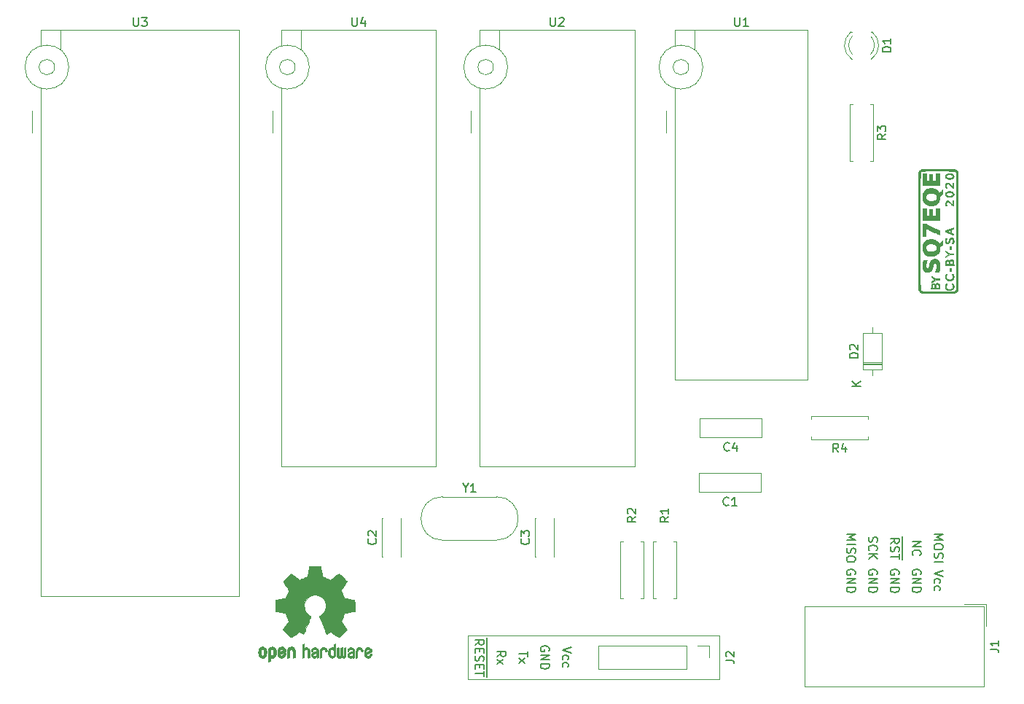
<source format=gbr>
%TF.GenerationSoftware,KiCad,Pcbnew,5.1.5+dfsg1-2build2*%
%TF.CreationDate,2020-12-29T02:51:23+01:00*%
%TF.ProjectId,avr-prog,6176722d-7072-46f6-972e-6b696361645f,1.0*%
%TF.SameCoordinates,PX1e47770PY6a95280*%
%TF.FileFunction,Legend,Top*%
%TF.FilePolarity,Positive*%
%FSLAX46Y46*%
G04 Gerber Fmt 4.6, Leading zero omitted, Abs format (unit mm)*
G04 Created by KiCad (PCBNEW 5.1.5+dfsg1-2build2) date 2020-12-29 02:51:23*
%MOMM*%
%LPD*%
G04 APERTURE LIST*
%ADD10C,0.120000*%
%ADD11C,0.150000*%
%ADD12C,0.010000*%
%ADD13C,1.702000*%
%ADD14R,1.902000X1.902000*%
%ADD15C,1.902000*%
%ADD16R,1.702000X1.702000*%
%ADD17O,1.702000X1.702000*%
%ADD18R,1.829200X1.829200*%
%ADD19O,1.829200X1.829200*%
%ADD20R,1.802000X1.802000*%
%ADD21O,1.802000X1.802000*%
%ADD22R,2.102000X1.542000*%
%ADD23O,2.102000X1.542000*%
%ADD24C,1.602000*%
G04 APERTURE END LIST*
D10*
X53340000Y2540000D02*
X53340000Y7620000D01*
X82550000Y2540000D02*
X53340000Y2540000D01*
X82550000Y7620000D02*
X82550000Y2540000D01*
X53340000Y7620000D02*
X82550000Y7620000D01*
D11*
X55525000Y7341905D02*
X55525000Y6341905D01*
X54157619Y6532381D02*
X54633809Y6865715D01*
X54157619Y7103810D02*
X55157619Y7103810D01*
X55157619Y6722858D01*
X55110000Y6627620D01*
X55062380Y6580000D01*
X54967142Y6532381D01*
X54824285Y6532381D01*
X54729047Y6580000D01*
X54681428Y6627620D01*
X54633809Y6722858D01*
X54633809Y7103810D01*
X55525000Y6341905D02*
X55525000Y5437143D01*
X54681428Y6103810D02*
X54681428Y5770477D01*
X54157619Y5627620D02*
X54157619Y6103810D01*
X55157619Y6103810D01*
X55157619Y5627620D01*
X55525000Y5437143D02*
X55525000Y4484762D01*
X54205238Y5246667D02*
X54157619Y5103810D01*
X54157619Y4865715D01*
X54205238Y4770477D01*
X54252857Y4722858D01*
X54348095Y4675239D01*
X54443333Y4675239D01*
X54538571Y4722858D01*
X54586190Y4770477D01*
X54633809Y4865715D01*
X54681428Y5056191D01*
X54729047Y5151429D01*
X54776666Y5199048D01*
X54871904Y5246667D01*
X54967142Y5246667D01*
X55062380Y5199048D01*
X55110000Y5151429D01*
X55157619Y5056191D01*
X55157619Y4818096D01*
X55110000Y4675239D01*
X55525000Y4484762D02*
X55525000Y3580000D01*
X54681428Y4246667D02*
X54681428Y3913334D01*
X54157619Y3770477D02*
X54157619Y4246667D01*
X55157619Y4246667D01*
X55157619Y3770477D01*
X55525000Y3580000D02*
X55525000Y2818096D01*
X55157619Y3484762D02*
X55157619Y2913334D01*
X54157619Y3199048D02*
X55157619Y3199048D01*
X56697619Y5175239D02*
X57173809Y5508572D01*
X56697619Y5746667D02*
X57697619Y5746667D01*
X57697619Y5365715D01*
X57650000Y5270477D01*
X57602380Y5222858D01*
X57507142Y5175239D01*
X57364285Y5175239D01*
X57269047Y5222858D01*
X57221428Y5270477D01*
X57173809Y5365715D01*
X57173809Y5746667D01*
X56697619Y4841905D02*
X57364285Y4318096D01*
X57364285Y4841905D02*
X56697619Y4318096D01*
X60237619Y5770477D02*
X60237619Y5199048D01*
X59237619Y5484762D02*
X60237619Y5484762D01*
X59237619Y4960953D02*
X59904285Y4437143D01*
X59904285Y4960953D02*
X59237619Y4437143D01*
X62730000Y5841905D02*
X62777619Y5937143D01*
X62777619Y6080000D01*
X62730000Y6222858D01*
X62634761Y6318096D01*
X62539523Y6365715D01*
X62349047Y6413334D01*
X62206190Y6413334D01*
X62015714Y6365715D01*
X61920476Y6318096D01*
X61825238Y6222858D01*
X61777619Y6080000D01*
X61777619Y5984762D01*
X61825238Y5841905D01*
X61872857Y5794286D01*
X62206190Y5794286D01*
X62206190Y5984762D01*
X61777619Y5365715D02*
X62777619Y5365715D01*
X61777619Y4794286D01*
X62777619Y4794286D01*
X61777619Y4318096D02*
X62777619Y4318096D01*
X62777619Y4080000D01*
X62730000Y3937143D01*
X62634761Y3841905D01*
X62539523Y3794286D01*
X62349047Y3746667D01*
X62206190Y3746667D01*
X62015714Y3794286D01*
X61920476Y3841905D01*
X61825238Y3937143D01*
X61777619Y4080000D01*
X61777619Y4318096D01*
X65317619Y6270477D02*
X64317619Y5937143D01*
X65317619Y5603810D01*
X64365238Y4841905D02*
X64317619Y4937143D01*
X64317619Y5127620D01*
X64365238Y5222858D01*
X64412857Y5270477D01*
X64508095Y5318096D01*
X64793809Y5318096D01*
X64889047Y5270477D01*
X64936666Y5222858D01*
X64984285Y5127620D01*
X64984285Y4937143D01*
X64936666Y4841905D01*
X64365238Y3984762D02*
X64317619Y4080000D01*
X64317619Y4270477D01*
X64365238Y4365715D01*
X64412857Y4413334D01*
X64508095Y4460953D01*
X64793809Y4460953D01*
X64889047Y4413334D01*
X64936666Y4365715D01*
X64984285Y4270477D01*
X64984285Y4080000D01*
X64936666Y3984762D01*
X97337619Y19351429D02*
X98337619Y19351429D01*
X97623333Y19018096D01*
X98337619Y18684762D01*
X97337619Y18684762D01*
X97337619Y18208572D02*
X98337619Y18208572D01*
X97385238Y17780000D02*
X97337619Y17637143D01*
X97337619Y17399048D01*
X97385238Y17303810D01*
X97432857Y17256191D01*
X97528095Y17208572D01*
X97623333Y17208572D01*
X97718571Y17256191D01*
X97766190Y17303810D01*
X97813809Y17399048D01*
X97861428Y17589524D01*
X97909047Y17684762D01*
X97956666Y17732381D01*
X98051904Y17780000D01*
X98147142Y17780000D01*
X98242380Y17732381D01*
X98290000Y17684762D01*
X98337619Y17589524D01*
X98337619Y17351429D01*
X98290000Y17208572D01*
X98337619Y16589524D02*
X98337619Y16399048D01*
X98290000Y16303810D01*
X98194761Y16208572D01*
X98004285Y16160953D01*
X97670952Y16160953D01*
X97480476Y16208572D01*
X97385238Y16303810D01*
X97337619Y16399048D01*
X97337619Y16589524D01*
X97385238Y16684762D01*
X97480476Y16780000D01*
X97670952Y16827620D01*
X98004285Y16827620D01*
X98194761Y16780000D01*
X98290000Y16684762D01*
X98337619Y16589524D01*
X99925238Y19065715D02*
X99877619Y18922858D01*
X99877619Y18684762D01*
X99925238Y18589524D01*
X99972857Y18541905D01*
X100068095Y18494286D01*
X100163333Y18494286D01*
X100258571Y18541905D01*
X100306190Y18589524D01*
X100353809Y18684762D01*
X100401428Y18875239D01*
X100449047Y18970477D01*
X100496666Y19018096D01*
X100591904Y19065715D01*
X100687142Y19065715D01*
X100782380Y19018096D01*
X100830000Y18970477D01*
X100877619Y18875239D01*
X100877619Y18637143D01*
X100830000Y18494286D01*
X99972857Y17494286D02*
X99925238Y17541905D01*
X99877619Y17684762D01*
X99877619Y17780000D01*
X99925238Y17922858D01*
X100020476Y18018096D01*
X100115714Y18065715D01*
X100306190Y18113334D01*
X100449047Y18113334D01*
X100639523Y18065715D01*
X100734761Y18018096D01*
X100830000Y17922858D01*
X100877619Y17780000D01*
X100877619Y17684762D01*
X100830000Y17541905D01*
X100782380Y17494286D01*
X99877619Y17065715D02*
X100877619Y17065715D01*
X99877619Y16494286D02*
X100449047Y16922858D01*
X100877619Y16494286D02*
X100306190Y17065715D01*
X107497619Y19351429D02*
X108497619Y19351429D01*
X107783333Y19018096D01*
X108497619Y18684762D01*
X107497619Y18684762D01*
X108497619Y18018096D02*
X108497619Y17827620D01*
X108450000Y17732381D01*
X108354761Y17637143D01*
X108164285Y17589524D01*
X107830952Y17589524D01*
X107640476Y17637143D01*
X107545238Y17732381D01*
X107497619Y17827620D01*
X107497619Y18018096D01*
X107545238Y18113334D01*
X107640476Y18208572D01*
X107830952Y18256191D01*
X108164285Y18256191D01*
X108354761Y18208572D01*
X108450000Y18113334D01*
X108497619Y18018096D01*
X107545238Y17208572D02*
X107497619Y17065715D01*
X107497619Y16827620D01*
X107545238Y16732381D01*
X107592857Y16684762D01*
X107688095Y16637143D01*
X107783333Y16637143D01*
X107878571Y16684762D01*
X107926190Y16732381D01*
X107973809Y16827620D01*
X108021428Y17018096D01*
X108069047Y17113334D01*
X108116666Y17160953D01*
X108211904Y17208572D01*
X108307142Y17208572D01*
X108402380Y17160953D01*
X108450000Y17113334D01*
X108497619Y17018096D01*
X108497619Y16780000D01*
X108450000Y16637143D01*
X107497619Y16208572D02*
X108497619Y16208572D01*
X103785000Y19137143D02*
X103785000Y18137143D01*
X102417619Y18327620D02*
X102893809Y18660953D01*
X102417619Y18899048D02*
X103417619Y18899048D01*
X103417619Y18518096D01*
X103370000Y18422858D01*
X103322380Y18375239D01*
X103227142Y18327620D01*
X103084285Y18327620D01*
X102989047Y18375239D01*
X102941428Y18422858D01*
X102893809Y18518096D01*
X102893809Y18899048D01*
X103785000Y18137143D02*
X103785000Y17184762D01*
X102465238Y17946667D02*
X102417619Y17803810D01*
X102417619Y17565715D01*
X102465238Y17470477D01*
X102512857Y17422858D01*
X102608095Y17375239D01*
X102703333Y17375239D01*
X102798571Y17422858D01*
X102846190Y17470477D01*
X102893809Y17565715D01*
X102941428Y17756191D01*
X102989047Y17851429D01*
X103036666Y17899048D01*
X103131904Y17946667D01*
X103227142Y17946667D01*
X103322380Y17899048D01*
X103370000Y17851429D01*
X103417619Y17756191D01*
X103417619Y17518096D01*
X103370000Y17375239D01*
X103785000Y17184762D02*
X103785000Y16422858D01*
X103417619Y17089524D02*
X103417619Y16518096D01*
X102417619Y16803810D02*
X103417619Y16803810D01*
X104957619Y18565715D02*
X105957619Y18565715D01*
X104957619Y17994286D01*
X105957619Y17994286D01*
X105052857Y16946667D02*
X105005238Y16994286D01*
X104957619Y17137143D01*
X104957619Y17232381D01*
X105005238Y17375239D01*
X105100476Y17470477D01*
X105195714Y17518096D01*
X105386190Y17565715D01*
X105529047Y17565715D01*
X105719523Y17518096D01*
X105814761Y17470477D01*
X105910000Y17375239D01*
X105957619Y17232381D01*
X105957619Y17137143D01*
X105910000Y16994286D01*
X105862380Y16946667D01*
X98290000Y14731905D02*
X98337619Y14827143D01*
X98337619Y14970000D01*
X98290000Y15112858D01*
X98194761Y15208096D01*
X98099523Y15255715D01*
X97909047Y15303334D01*
X97766190Y15303334D01*
X97575714Y15255715D01*
X97480476Y15208096D01*
X97385238Y15112858D01*
X97337619Y14970000D01*
X97337619Y14874762D01*
X97385238Y14731905D01*
X97432857Y14684286D01*
X97766190Y14684286D01*
X97766190Y14874762D01*
X97337619Y14255715D02*
X98337619Y14255715D01*
X97337619Y13684286D01*
X98337619Y13684286D01*
X97337619Y13208096D02*
X98337619Y13208096D01*
X98337619Y12970000D01*
X98290000Y12827143D01*
X98194761Y12731905D01*
X98099523Y12684286D01*
X97909047Y12636667D01*
X97766190Y12636667D01*
X97575714Y12684286D01*
X97480476Y12731905D01*
X97385238Y12827143D01*
X97337619Y12970000D01*
X97337619Y13208096D01*
X100830000Y14731905D02*
X100877619Y14827143D01*
X100877619Y14970000D01*
X100830000Y15112858D01*
X100734761Y15208096D01*
X100639523Y15255715D01*
X100449047Y15303334D01*
X100306190Y15303334D01*
X100115714Y15255715D01*
X100020476Y15208096D01*
X99925238Y15112858D01*
X99877619Y14970000D01*
X99877619Y14874762D01*
X99925238Y14731905D01*
X99972857Y14684286D01*
X100306190Y14684286D01*
X100306190Y14874762D01*
X99877619Y14255715D02*
X100877619Y14255715D01*
X99877619Y13684286D01*
X100877619Y13684286D01*
X99877619Y13208096D02*
X100877619Y13208096D01*
X100877619Y12970000D01*
X100830000Y12827143D01*
X100734761Y12731905D01*
X100639523Y12684286D01*
X100449047Y12636667D01*
X100306190Y12636667D01*
X100115714Y12684286D01*
X100020476Y12731905D01*
X99925238Y12827143D01*
X99877619Y12970000D01*
X99877619Y13208096D01*
X103370000Y14731905D02*
X103417619Y14827143D01*
X103417619Y14970000D01*
X103370000Y15112858D01*
X103274761Y15208096D01*
X103179523Y15255715D01*
X102989047Y15303334D01*
X102846190Y15303334D01*
X102655714Y15255715D01*
X102560476Y15208096D01*
X102465238Y15112858D01*
X102417619Y14970000D01*
X102417619Y14874762D01*
X102465238Y14731905D01*
X102512857Y14684286D01*
X102846190Y14684286D01*
X102846190Y14874762D01*
X102417619Y14255715D02*
X103417619Y14255715D01*
X102417619Y13684286D01*
X103417619Y13684286D01*
X102417619Y13208096D02*
X103417619Y13208096D01*
X103417619Y12970000D01*
X103370000Y12827143D01*
X103274761Y12731905D01*
X103179523Y12684286D01*
X102989047Y12636667D01*
X102846190Y12636667D01*
X102655714Y12684286D01*
X102560476Y12731905D01*
X102465238Y12827143D01*
X102417619Y12970000D01*
X102417619Y13208096D01*
X105910000Y14731905D02*
X105957619Y14827143D01*
X105957619Y14970000D01*
X105910000Y15112858D01*
X105814761Y15208096D01*
X105719523Y15255715D01*
X105529047Y15303334D01*
X105386190Y15303334D01*
X105195714Y15255715D01*
X105100476Y15208096D01*
X105005238Y15112858D01*
X104957619Y14970000D01*
X104957619Y14874762D01*
X105005238Y14731905D01*
X105052857Y14684286D01*
X105386190Y14684286D01*
X105386190Y14874762D01*
X104957619Y14255715D02*
X105957619Y14255715D01*
X104957619Y13684286D01*
X105957619Y13684286D01*
X104957619Y13208096D02*
X105957619Y13208096D01*
X105957619Y12970000D01*
X105910000Y12827143D01*
X105814761Y12731905D01*
X105719523Y12684286D01*
X105529047Y12636667D01*
X105386190Y12636667D01*
X105195714Y12684286D01*
X105100476Y12731905D01*
X105005238Y12827143D01*
X104957619Y12970000D01*
X104957619Y13208096D01*
X108497619Y15160477D02*
X107497619Y14827143D01*
X108497619Y14493810D01*
X107545238Y13731905D02*
X107497619Y13827143D01*
X107497619Y14017620D01*
X107545238Y14112858D01*
X107592857Y14160477D01*
X107688095Y14208096D01*
X107973809Y14208096D01*
X108069047Y14160477D01*
X108116666Y14112858D01*
X108164285Y14017620D01*
X108164285Y13827143D01*
X108116666Y13731905D01*
X107545238Y12874762D02*
X107497619Y12970000D01*
X107497619Y13160477D01*
X107545238Y13255715D01*
X107592857Y13303334D01*
X107688095Y13350953D01*
X107973809Y13350953D01*
X108069047Y13303334D01*
X108116666Y13255715D01*
X108164285Y13160477D01*
X108164285Y12970000D01*
X108116666Y12874762D01*
D12*
%TO.C,LOGO1*%
G36*
X35769014Y15707002D02*
G01*
X35927006Y15706137D01*
X36041347Y15703795D01*
X36119407Y15699238D01*
X36168554Y15691730D01*
X36196159Y15680534D01*
X36209592Y15664912D01*
X36216221Y15644127D01*
X36216865Y15641437D01*
X36226935Y15592887D01*
X36245575Y15497095D01*
X36270845Y15364257D01*
X36300807Y15204569D01*
X36333522Y15028226D01*
X36334664Y15022033D01*
X36367433Y14849218D01*
X36398093Y14696531D01*
X36424664Y14573129D01*
X36445167Y14488169D01*
X36457626Y14450810D01*
X36458220Y14450148D01*
X36494919Y14431905D01*
X36570586Y14401503D01*
X36668878Y14365507D01*
X36669425Y14365315D01*
X36793233Y14318778D01*
X36939196Y14259496D01*
X37076781Y14199891D01*
X37083293Y14196944D01*
X37307390Y14095235D01*
X37803619Y14434103D01*
X37955846Y14537408D01*
X38093741Y14629763D01*
X38209315Y14705916D01*
X38294579Y14760615D01*
X38341544Y14788607D01*
X38346004Y14790683D01*
X38380134Y14781440D01*
X38443881Y14736844D01*
X38539731Y14654791D01*
X38670169Y14533179D01*
X38803328Y14403795D01*
X38931694Y14276298D01*
X39046581Y14159954D01*
X39141073Y14061948D01*
X39208253Y13989464D01*
X39241206Y13949687D01*
X39242432Y13947639D01*
X39246074Y13920344D01*
X39232350Y13875766D01*
X39197869Y13807888D01*
X39139239Y13710689D01*
X39053070Y13578149D01*
X38938200Y13407524D01*
X38836254Y13257345D01*
X38745123Y13122650D01*
X38670073Y13011260D01*
X38616369Y12930995D01*
X38589280Y12889675D01*
X38587574Y12886870D01*
X38590882Y12847279D01*
X38615953Y12770331D01*
X38657798Y12670568D01*
X38672712Y12638709D01*
X38737786Y12496774D01*
X38807212Y12335727D01*
X38863609Y12196379D01*
X38904247Y12092956D01*
X38936526Y12014358D01*
X38955178Y11973280D01*
X38957497Y11970115D01*
X38991803Y11964872D01*
X39072669Y11950506D01*
X39189343Y11929063D01*
X39331075Y11902587D01*
X39487110Y11873123D01*
X39646698Y11842717D01*
X39799085Y11813412D01*
X39933521Y11787255D01*
X40039252Y11766290D01*
X40105526Y11752561D01*
X40121782Y11748680D01*
X40138573Y11739100D01*
X40151249Y11717464D01*
X40160378Y11676469D01*
X40166531Y11608811D01*
X40170280Y11507188D01*
X40172192Y11364297D01*
X40172840Y11172835D01*
X40172874Y11094355D01*
X40172874Y10456094D01*
X40019598Y10425840D01*
X39934322Y10409436D01*
X39807070Y10385491D01*
X39653315Y10356893D01*
X39488534Y10326533D01*
X39442989Y10318194D01*
X39290932Y10288630D01*
X39158468Y10259558D01*
X39056714Y10233671D01*
X38996788Y10213663D01*
X38986805Y10207699D01*
X38962293Y10165466D01*
X38927148Y10083630D01*
X38888173Y9978317D01*
X38880442Y9955632D01*
X38829360Y9814982D01*
X38765954Y9656286D01*
X38703904Y9513775D01*
X38703598Y9513114D01*
X38600267Y9289560D01*
X39279961Y8289768D01*
X38843621Y7852700D01*
X38711649Y7722619D01*
X38591279Y7607952D01*
X38489273Y7514819D01*
X38412391Y7449342D01*
X38367393Y7417643D01*
X38360938Y7415632D01*
X38323040Y7431471D01*
X38245708Y7475504D01*
X38137389Y7542510D01*
X38006532Y7627266D01*
X37865052Y7722184D01*
X37721461Y7819002D01*
X37593435Y7903249D01*
X37489105Y7969742D01*
X37416600Y8013298D01*
X37384158Y8028736D01*
X37344576Y8015672D01*
X37269519Y7981250D01*
X37174468Y7932620D01*
X37164392Y7927215D01*
X37036391Y7863020D01*
X36948618Y7831537D01*
X36894028Y7831202D01*
X36865575Y7860452D01*
X36865410Y7860862D01*
X36851188Y7895502D01*
X36817269Y7977731D01*
X36766284Y8101186D01*
X36700862Y8259502D01*
X36623634Y8446314D01*
X36537229Y8655258D01*
X36453551Y8857554D01*
X36361588Y9080800D01*
X36277150Y9287608D01*
X36202769Y9471638D01*
X36140974Y9626549D01*
X36094297Y9746004D01*
X36065268Y9823661D01*
X36056322Y9852644D01*
X36078756Y9885890D01*
X36137439Y9938877D01*
X36215689Y9997296D01*
X36438534Y10182048D01*
X36612718Y10393818D01*
X36736154Y10628144D01*
X36806754Y10880566D01*
X36822431Y11146623D01*
X36811036Y11269425D01*
X36748950Y11524207D01*
X36642023Y11749199D01*
X36496889Y11942183D01*
X36320178Y12100939D01*
X36118522Y12223250D01*
X35898554Y12306895D01*
X35666906Y12349656D01*
X35430209Y12349313D01*
X35195095Y12303648D01*
X34968196Y12210441D01*
X34756144Y12067473D01*
X34667636Y11986617D01*
X34497889Y11778993D01*
X34379699Y11552105D01*
X34312278Y11312567D01*
X34294840Y11066993D01*
X34326598Y10821997D01*
X34406765Y10584192D01*
X34534555Y10360193D01*
X34709180Y10156613D01*
X34904312Y9997296D01*
X34985591Y9936398D01*
X35043009Y9883985D01*
X35063678Y9852594D01*
X35052856Y9818361D01*
X35022077Y9736581D01*
X34973874Y9613593D01*
X34910778Y9455737D01*
X34835322Y9269351D01*
X34750038Y9060774D01*
X34666219Y8857504D01*
X34573745Y8634067D01*
X34488089Y8427016D01*
X34411882Y8242714D01*
X34347753Y8087525D01*
X34298332Y7967812D01*
X34266248Y7889939D01*
X34254359Y7860862D01*
X34226274Y7831323D01*
X34171949Y7831409D01*
X34084395Y7862674D01*
X33956619Y7926671D01*
X33955608Y7927215D01*
X33859402Y7976879D01*
X33781631Y8013055D01*
X33737777Y8028592D01*
X33735842Y8028736D01*
X33702829Y8012976D01*
X33629946Y7969150D01*
X33525322Y7902443D01*
X33397090Y7818036D01*
X33254948Y7722184D01*
X33110233Y7625133D01*
X32979804Y7540730D01*
X32872110Y7474199D01*
X32795598Y7430762D01*
X32759062Y7415632D01*
X32725418Y7435518D01*
X32657776Y7491097D01*
X32562893Y7576246D01*
X32447530Y7684847D01*
X32318445Y7810779D01*
X32276229Y7852851D01*
X31839739Y8290069D01*
X32171977Y8777660D01*
X32272946Y8927395D01*
X32361562Y9061780D01*
X32432854Y9173031D01*
X32481850Y9253361D01*
X32503578Y9294986D01*
X32504215Y9297947D01*
X32492760Y9337182D01*
X32461949Y9416105D01*
X32417116Y9521491D01*
X32385647Y9592046D01*
X32326808Y9727124D01*
X32271396Y9863591D01*
X32228436Y9978897D01*
X32216766Y10014023D01*
X32183611Y10107826D01*
X32151201Y10180306D01*
X32133399Y10207699D01*
X32094114Y10224464D01*
X32008374Y10248230D01*
X31887303Y10276303D01*
X31742027Y10305991D01*
X31677012Y10318194D01*
X31511913Y10348532D01*
X31353552Y10377907D01*
X31217404Y10403431D01*
X31118943Y10422215D01*
X31100402Y10425840D01*
X30947127Y10456094D01*
X30947127Y11094355D01*
X30947471Y11304230D01*
X30948884Y11463020D01*
X30951936Y11578027D01*
X30957197Y11656554D01*
X30965237Y11705904D01*
X30976627Y11733381D01*
X30991937Y11746287D01*
X30998218Y11748680D01*
X31036104Y11757167D01*
X31119805Y11774100D01*
X31238567Y11797434D01*
X31381639Y11825125D01*
X31538268Y11855127D01*
X31697703Y11885396D01*
X31849191Y11913885D01*
X31981981Y11938551D01*
X32085319Y11957349D01*
X32148455Y11968233D01*
X32162503Y11970115D01*
X32175230Y11995296D01*
X32203400Y12062378D01*
X32241748Y12158667D01*
X32256391Y12196379D01*
X32315452Y12342079D01*
X32385000Y12503049D01*
X32447288Y12638709D01*
X32493121Y12742439D01*
X32523613Y12827674D01*
X32533792Y12879874D01*
X32532169Y12886870D01*
X32510657Y12919898D01*
X32461535Y12993357D01*
X32390077Y13099423D01*
X32301555Y13230274D01*
X32201241Y13378088D01*
X32181406Y13407266D01*
X32065012Y13580137D01*
X31979452Y13711774D01*
X31921316Y13808239D01*
X31887192Y13875592D01*
X31873669Y13919894D01*
X31877336Y13947206D01*
X31877430Y13947380D01*
X31906293Y13983254D01*
X31970133Y14052609D01*
X32062031Y14148255D01*
X32175067Y14263001D01*
X32302321Y14389659D01*
X32316672Y14403795D01*
X32477043Y14559097D01*
X32600805Y14673130D01*
X32690445Y14747998D01*
X32748448Y14785804D01*
X32773996Y14790683D01*
X32811282Y14769397D01*
X32888657Y14720227D01*
X32998133Y14648425D01*
X33131720Y14559245D01*
X33281430Y14457937D01*
X33316382Y14434103D01*
X33812610Y14095235D01*
X34036707Y14196944D01*
X34172989Y14256217D01*
X34319276Y14315830D01*
X34445035Y14363360D01*
X34450575Y14365315D01*
X34548943Y14401323D01*
X34624771Y14431771D01*
X34661718Y14450095D01*
X34661780Y14450148D01*
X34673504Y14483271D01*
X34693432Y14564733D01*
X34719587Y14685375D01*
X34749990Y14836041D01*
X34782663Y15007572D01*
X34785336Y15022033D01*
X34818110Y15198765D01*
X34848198Y15359190D01*
X34873661Y15493112D01*
X34892559Y15590337D01*
X34902953Y15640668D01*
X34903135Y15641437D01*
X34909461Y15662847D01*
X34921761Y15679012D01*
X34947406Y15690669D01*
X34993765Y15698555D01*
X35068208Y15703407D01*
X35178105Y15705961D01*
X35330825Y15706955D01*
X35533738Y15707126D01*
X35560000Y15707126D01*
X35769014Y15707002D01*
G37*
X35769014Y15707002D02*
X35927006Y15706137D01*
X36041347Y15703795D01*
X36119407Y15699238D01*
X36168554Y15691730D01*
X36196159Y15680534D01*
X36209592Y15664912D01*
X36216221Y15644127D01*
X36216865Y15641437D01*
X36226935Y15592887D01*
X36245575Y15497095D01*
X36270845Y15364257D01*
X36300807Y15204569D01*
X36333522Y15028226D01*
X36334664Y15022033D01*
X36367433Y14849218D01*
X36398093Y14696531D01*
X36424664Y14573129D01*
X36445167Y14488169D01*
X36457626Y14450810D01*
X36458220Y14450148D01*
X36494919Y14431905D01*
X36570586Y14401503D01*
X36668878Y14365507D01*
X36669425Y14365315D01*
X36793233Y14318778D01*
X36939196Y14259496D01*
X37076781Y14199891D01*
X37083293Y14196944D01*
X37307390Y14095235D01*
X37803619Y14434103D01*
X37955846Y14537408D01*
X38093741Y14629763D01*
X38209315Y14705916D01*
X38294579Y14760615D01*
X38341544Y14788607D01*
X38346004Y14790683D01*
X38380134Y14781440D01*
X38443881Y14736844D01*
X38539731Y14654791D01*
X38670169Y14533179D01*
X38803328Y14403795D01*
X38931694Y14276298D01*
X39046581Y14159954D01*
X39141073Y14061948D01*
X39208253Y13989464D01*
X39241206Y13949687D01*
X39242432Y13947639D01*
X39246074Y13920344D01*
X39232350Y13875766D01*
X39197869Y13807888D01*
X39139239Y13710689D01*
X39053070Y13578149D01*
X38938200Y13407524D01*
X38836254Y13257345D01*
X38745123Y13122650D01*
X38670073Y13011260D01*
X38616369Y12930995D01*
X38589280Y12889675D01*
X38587574Y12886870D01*
X38590882Y12847279D01*
X38615953Y12770331D01*
X38657798Y12670568D01*
X38672712Y12638709D01*
X38737786Y12496774D01*
X38807212Y12335727D01*
X38863609Y12196379D01*
X38904247Y12092956D01*
X38936526Y12014358D01*
X38955178Y11973280D01*
X38957497Y11970115D01*
X38991803Y11964872D01*
X39072669Y11950506D01*
X39189343Y11929063D01*
X39331075Y11902587D01*
X39487110Y11873123D01*
X39646698Y11842717D01*
X39799085Y11813412D01*
X39933521Y11787255D01*
X40039252Y11766290D01*
X40105526Y11752561D01*
X40121782Y11748680D01*
X40138573Y11739100D01*
X40151249Y11717464D01*
X40160378Y11676469D01*
X40166531Y11608811D01*
X40170280Y11507188D01*
X40172192Y11364297D01*
X40172840Y11172835D01*
X40172874Y11094355D01*
X40172874Y10456094D01*
X40019598Y10425840D01*
X39934322Y10409436D01*
X39807070Y10385491D01*
X39653315Y10356893D01*
X39488534Y10326533D01*
X39442989Y10318194D01*
X39290932Y10288630D01*
X39158468Y10259558D01*
X39056714Y10233671D01*
X38996788Y10213663D01*
X38986805Y10207699D01*
X38962293Y10165466D01*
X38927148Y10083630D01*
X38888173Y9978317D01*
X38880442Y9955632D01*
X38829360Y9814982D01*
X38765954Y9656286D01*
X38703904Y9513775D01*
X38703598Y9513114D01*
X38600267Y9289560D01*
X39279961Y8289768D01*
X38843621Y7852700D01*
X38711649Y7722619D01*
X38591279Y7607952D01*
X38489273Y7514819D01*
X38412391Y7449342D01*
X38367393Y7417643D01*
X38360938Y7415632D01*
X38323040Y7431471D01*
X38245708Y7475504D01*
X38137389Y7542510D01*
X38006532Y7627266D01*
X37865052Y7722184D01*
X37721461Y7819002D01*
X37593435Y7903249D01*
X37489105Y7969742D01*
X37416600Y8013298D01*
X37384158Y8028736D01*
X37344576Y8015672D01*
X37269519Y7981250D01*
X37174468Y7932620D01*
X37164392Y7927215D01*
X37036391Y7863020D01*
X36948618Y7831537D01*
X36894028Y7831202D01*
X36865575Y7860452D01*
X36865410Y7860862D01*
X36851188Y7895502D01*
X36817269Y7977731D01*
X36766284Y8101186D01*
X36700862Y8259502D01*
X36623634Y8446314D01*
X36537229Y8655258D01*
X36453551Y8857554D01*
X36361588Y9080800D01*
X36277150Y9287608D01*
X36202769Y9471638D01*
X36140974Y9626549D01*
X36094297Y9746004D01*
X36065268Y9823661D01*
X36056322Y9852644D01*
X36078756Y9885890D01*
X36137439Y9938877D01*
X36215689Y9997296D01*
X36438534Y10182048D01*
X36612718Y10393818D01*
X36736154Y10628144D01*
X36806754Y10880566D01*
X36822431Y11146623D01*
X36811036Y11269425D01*
X36748950Y11524207D01*
X36642023Y11749199D01*
X36496889Y11942183D01*
X36320178Y12100939D01*
X36118522Y12223250D01*
X35898554Y12306895D01*
X35666906Y12349656D01*
X35430209Y12349313D01*
X35195095Y12303648D01*
X34968196Y12210441D01*
X34756144Y12067473D01*
X34667636Y11986617D01*
X34497889Y11778993D01*
X34379699Y11552105D01*
X34312278Y11312567D01*
X34294840Y11066993D01*
X34326598Y10821997D01*
X34406765Y10584192D01*
X34534555Y10360193D01*
X34709180Y10156613D01*
X34904312Y9997296D01*
X34985591Y9936398D01*
X35043009Y9883985D01*
X35063678Y9852594D01*
X35052856Y9818361D01*
X35022077Y9736581D01*
X34973874Y9613593D01*
X34910778Y9455737D01*
X34835322Y9269351D01*
X34750038Y9060774D01*
X34666219Y8857504D01*
X34573745Y8634067D01*
X34488089Y8427016D01*
X34411882Y8242714D01*
X34347753Y8087525D01*
X34298332Y7967812D01*
X34266248Y7889939D01*
X34254359Y7860862D01*
X34226274Y7831323D01*
X34171949Y7831409D01*
X34084395Y7862674D01*
X33956619Y7926671D01*
X33955608Y7927215D01*
X33859402Y7976879D01*
X33781631Y8013055D01*
X33737777Y8028592D01*
X33735842Y8028736D01*
X33702829Y8012976D01*
X33629946Y7969150D01*
X33525322Y7902443D01*
X33397090Y7818036D01*
X33254948Y7722184D01*
X33110233Y7625133D01*
X32979804Y7540730D01*
X32872110Y7474199D01*
X32795598Y7430762D01*
X32759062Y7415632D01*
X32725418Y7435518D01*
X32657776Y7491097D01*
X32562893Y7576246D01*
X32447530Y7684847D01*
X32318445Y7810779D01*
X32276229Y7852851D01*
X31839739Y8290069D01*
X32171977Y8777660D01*
X32272946Y8927395D01*
X32361562Y9061780D01*
X32432854Y9173031D01*
X32481850Y9253361D01*
X32503578Y9294986D01*
X32504215Y9297947D01*
X32492760Y9337182D01*
X32461949Y9416105D01*
X32417116Y9521491D01*
X32385647Y9592046D01*
X32326808Y9727124D01*
X32271396Y9863591D01*
X32228436Y9978897D01*
X32216766Y10014023D01*
X32183611Y10107826D01*
X32151201Y10180306D01*
X32133399Y10207699D01*
X32094114Y10224464D01*
X32008374Y10248230D01*
X31887303Y10276303D01*
X31742027Y10305991D01*
X31677012Y10318194D01*
X31511913Y10348532D01*
X31353552Y10377907D01*
X31217404Y10403431D01*
X31118943Y10422215D01*
X31100402Y10425840D01*
X30947127Y10456094D01*
X30947127Y11094355D01*
X30947471Y11304230D01*
X30948884Y11463020D01*
X30951936Y11578027D01*
X30957197Y11656554D01*
X30965237Y11705904D01*
X30976627Y11733381D01*
X30991937Y11746287D01*
X30998218Y11748680D01*
X31036104Y11757167D01*
X31119805Y11774100D01*
X31238567Y11797434D01*
X31381639Y11825125D01*
X31538268Y11855127D01*
X31697703Y11885396D01*
X31849191Y11913885D01*
X31981981Y11938551D01*
X32085319Y11957349D01*
X32148455Y11968233D01*
X32162503Y11970115D01*
X32175230Y11995296D01*
X32203400Y12062378D01*
X32241748Y12158667D01*
X32256391Y12196379D01*
X32315452Y12342079D01*
X32385000Y12503049D01*
X32447288Y12638709D01*
X32493121Y12742439D01*
X32523613Y12827674D01*
X32533792Y12879874D01*
X32532169Y12886870D01*
X32510657Y12919898D01*
X32461535Y12993357D01*
X32390077Y13099423D01*
X32301555Y13230274D01*
X32201241Y13378088D01*
X32181406Y13407266D01*
X32065012Y13580137D01*
X31979452Y13711774D01*
X31921316Y13808239D01*
X31887192Y13875592D01*
X31873669Y13919894D01*
X31877336Y13947206D01*
X31877430Y13947380D01*
X31906293Y13983254D01*
X31970133Y14052609D01*
X32062031Y14148255D01*
X32175067Y14263001D01*
X32302321Y14389659D01*
X32316672Y14403795D01*
X32477043Y14559097D01*
X32600805Y14673130D01*
X32690445Y14747998D01*
X32748448Y14785804D01*
X32773996Y14790683D01*
X32811282Y14769397D01*
X32888657Y14720227D01*
X32998133Y14648425D01*
X33131720Y14559245D01*
X33281430Y14457937D01*
X33316382Y14434103D01*
X33812610Y14095235D01*
X34036707Y14196944D01*
X34172989Y14256217D01*
X34319276Y14315830D01*
X34445035Y14363360D01*
X34450575Y14365315D01*
X34548943Y14401323D01*
X34624771Y14431771D01*
X34661718Y14450095D01*
X34661780Y14450148D01*
X34673504Y14483271D01*
X34693432Y14564733D01*
X34719587Y14685375D01*
X34749990Y14836041D01*
X34782663Y15007572D01*
X34785336Y15022033D01*
X34818110Y15198765D01*
X34848198Y15359190D01*
X34873661Y15493112D01*
X34892559Y15590337D01*
X34902953Y15640668D01*
X34903135Y15641437D01*
X34909461Y15662847D01*
X34921761Y15679012D01*
X34947406Y15690669D01*
X34993765Y15698555D01*
X35068208Y15703407D01*
X35178105Y15705961D01*
X35330825Y15706955D01*
X35533738Y15707126D01*
X35560000Y15707126D01*
X35769014Y15707002D01*
G36*
X41903439Y6203460D02*
G01*
X42018950Y6127966D01*
X42074664Y6060383D01*
X42118804Y5937745D01*
X42122309Y5840702D01*
X42114368Y5710944D01*
X41815115Y5579961D01*
X41669611Y5513042D01*
X41574537Y5459210D01*
X41525101Y5412584D01*
X41516511Y5367280D01*
X41543972Y5317418D01*
X41574253Y5284368D01*
X41662363Y5231367D01*
X41758196Y5227653D01*
X41846212Y5268959D01*
X41910869Y5351017D01*
X41922433Y5379992D01*
X41977825Y5470491D01*
X42041553Y5509060D01*
X42128966Y5542054D01*
X42128966Y5416966D01*
X42121238Y5331844D01*
X42090966Y5260062D01*
X42027518Y5177644D01*
X42018088Y5166934D01*
X41947513Y5093609D01*
X41886847Y5054258D01*
X41810950Y5036155D01*
X41748030Y5030226D01*
X41635487Y5028749D01*
X41555370Y5047465D01*
X41505390Y5075253D01*
X41426838Y5136359D01*
X41372463Y5202446D01*
X41338052Y5285559D01*
X41319388Y5397746D01*
X41312256Y5551054D01*
X41311687Y5628864D01*
X41313622Y5722147D01*
X41489899Y5722147D01*
X41491944Y5672104D01*
X41497039Y5663908D01*
X41530666Y5675042D01*
X41603030Y5704507D01*
X41699747Y5746399D01*
X41719973Y5755403D01*
X41842203Y5817558D01*
X41909547Y5872185D01*
X41924348Y5923351D01*
X41888947Y5975124D01*
X41859711Y5998000D01*
X41754216Y6043750D01*
X41655476Y6036192D01*
X41572812Y5980349D01*
X41515548Y5881247D01*
X41497188Y5802586D01*
X41489899Y5722147D01*
X41313622Y5722147D01*
X41315459Y5810649D01*
X41329359Y5945147D01*
X41356894Y6043084D01*
X41401572Y6115189D01*
X41466901Y6172187D01*
X41495383Y6190607D01*
X41624763Y6238578D01*
X41766412Y6241597D01*
X41903439Y6203460D01*
G37*
X41903439Y6203460D02*
X42018950Y6127966D01*
X42074664Y6060383D01*
X42118804Y5937745D01*
X42122309Y5840702D01*
X42114368Y5710944D01*
X41815115Y5579961D01*
X41669611Y5513042D01*
X41574537Y5459210D01*
X41525101Y5412584D01*
X41516511Y5367280D01*
X41543972Y5317418D01*
X41574253Y5284368D01*
X41662363Y5231367D01*
X41758196Y5227653D01*
X41846212Y5268959D01*
X41910869Y5351017D01*
X41922433Y5379992D01*
X41977825Y5470491D01*
X42041553Y5509060D01*
X42128966Y5542054D01*
X42128966Y5416966D01*
X42121238Y5331844D01*
X42090966Y5260062D01*
X42027518Y5177644D01*
X42018088Y5166934D01*
X41947513Y5093609D01*
X41886847Y5054258D01*
X41810950Y5036155D01*
X41748030Y5030226D01*
X41635487Y5028749D01*
X41555370Y5047465D01*
X41505390Y5075253D01*
X41426838Y5136359D01*
X41372463Y5202446D01*
X41338052Y5285559D01*
X41319388Y5397746D01*
X41312256Y5551054D01*
X41311687Y5628864D01*
X41313622Y5722147D01*
X41489899Y5722147D01*
X41491944Y5672104D01*
X41497039Y5663908D01*
X41530666Y5675042D01*
X41603030Y5704507D01*
X41699747Y5746399D01*
X41719973Y5755403D01*
X41842203Y5817558D01*
X41909547Y5872185D01*
X41924348Y5923351D01*
X41888947Y5975124D01*
X41859711Y5998000D01*
X41754216Y6043750D01*
X41655476Y6036192D01*
X41572812Y5980349D01*
X41515548Y5881247D01*
X41497188Y5802586D01*
X41489899Y5722147D01*
X41313622Y5722147D01*
X41315459Y5810649D01*
X41329359Y5945147D01*
X41356894Y6043084D01*
X41401572Y6115189D01*
X41466901Y6172187D01*
X41495383Y6190607D01*
X41624763Y6238578D01*
X41766412Y6241597D01*
X41903439Y6203460D01*
G36*
X40895690Y6219982D02*
G01*
X40930585Y6204731D01*
X41013877Y6138765D01*
X41085103Y6043382D01*
X41129153Y5941594D01*
X41136322Y5891413D01*
X41112285Y5821353D01*
X41059561Y5784283D01*
X41003031Y5761836D01*
X40977146Y5757700D01*
X40964542Y5787717D01*
X40939654Y5853039D01*
X40928735Y5882555D01*
X40867508Y5984652D01*
X40778861Y6035577D01*
X40665193Y6034011D01*
X40656774Y6032006D01*
X40596088Y6003233D01*
X40551474Y5947141D01*
X40521002Y5856837D01*
X40502744Y5725429D01*
X40494771Y5546026D01*
X40494023Y5450567D01*
X40493652Y5300087D01*
X40491223Y5197505D01*
X40484760Y5132328D01*
X40472288Y5094062D01*
X40451833Y5072215D01*
X40421419Y5056293D01*
X40419661Y5055491D01*
X40361091Y5030728D01*
X40332075Y5021609D01*
X40327616Y5049178D01*
X40323799Y5125380D01*
X40320899Y5240459D01*
X40319191Y5384659D01*
X40318851Y5490186D01*
X40320588Y5694387D01*
X40327382Y5849303D01*
X40341607Y5963976D01*
X40365638Y6047449D01*
X40401848Y6108764D01*
X40452612Y6156966D01*
X40502739Y6190607D01*
X40623275Y6235381D01*
X40763557Y6245479D01*
X40895690Y6219982D01*
G37*
X40895690Y6219982D02*
X40930585Y6204731D01*
X41013877Y6138765D01*
X41085103Y6043382D01*
X41129153Y5941594D01*
X41136322Y5891413D01*
X41112285Y5821353D01*
X41059561Y5784283D01*
X41003031Y5761836D01*
X40977146Y5757700D01*
X40964542Y5787717D01*
X40939654Y5853039D01*
X40928735Y5882555D01*
X40867508Y5984652D01*
X40778861Y6035577D01*
X40665193Y6034011D01*
X40656774Y6032006D01*
X40596088Y6003233D01*
X40551474Y5947141D01*
X40521002Y5856837D01*
X40502744Y5725429D01*
X40494771Y5546026D01*
X40494023Y5450567D01*
X40493652Y5300087D01*
X40491223Y5197505D01*
X40484760Y5132328D01*
X40472288Y5094062D01*
X40451833Y5072215D01*
X40421419Y5056293D01*
X40419661Y5055491D01*
X40361091Y5030728D01*
X40332075Y5021609D01*
X40327616Y5049178D01*
X40323799Y5125380D01*
X40320899Y5240459D01*
X40319191Y5384659D01*
X40318851Y5490186D01*
X40320588Y5694387D01*
X40327382Y5849303D01*
X40341607Y5963976D01*
X40365638Y6047449D01*
X40401848Y6108764D01*
X40452612Y6156966D01*
X40502739Y6190607D01*
X40623275Y6235381D01*
X40763557Y6245479D01*
X40895690Y6219982D01*
G36*
X39874406Y6224844D02*
G01*
X39958469Y6186607D01*
X40024450Y6140274D01*
X40072794Y6088468D01*
X40106172Y6021637D01*
X40127253Y5930231D01*
X40138707Y5804699D01*
X40143203Y5635492D01*
X40143678Y5524067D01*
X40143678Y5089373D01*
X40069316Y5055491D01*
X40010746Y5030728D01*
X39981730Y5021609D01*
X39976179Y5048743D01*
X39971775Y5121906D01*
X39969078Y5228737D01*
X39968506Y5313563D01*
X39966046Y5436113D01*
X39959412Y5533332D01*
X39949726Y5592866D01*
X39942032Y5605517D01*
X39890311Y5592598D01*
X39809117Y5559461D01*
X39715102Y5514539D01*
X39624917Y5466265D01*
X39555215Y5423072D01*
X39522648Y5393392D01*
X39522519Y5393071D01*
X39525320Y5338143D01*
X39550439Y5285708D01*
X39594541Y5243119D01*
X39658909Y5228874D01*
X39713921Y5230534D01*
X39791835Y5231755D01*
X39832732Y5213502D01*
X39857295Y5165274D01*
X39860392Y5156180D01*
X39871040Y5087402D01*
X39842565Y5045640D01*
X39768344Y5025737D01*
X39688168Y5022056D01*
X39543890Y5049342D01*
X39469203Y5088310D01*
X39376963Y5179852D01*
X39328043Y5292218D01*
X39323654Y5410949D01*
X39365001Y5521589D01*
X39427197Y5590920D01*
X39489294Y5629735D01*
X39586895Y5678875D01*
X39700632Y5728708D01*
X39719590Y5736323D01*
X39844521Y5791455D01*
X39916539Y5840046D01*
X39939700Y5888353D01*
X39918064Y5942630D01*
X39880920Y5985057D01*
X39793127Y6037298D01*
X39696530Y6041216D01*
X39607944Y6000959D01*
X39544186Y5920674D01*
X39535817Y5899960D01*
X39487096Y5823775D01*
X39415965Y5767215D01*
X39326207Y5720799D01*
X39326207Y5852416D01*
X39331490Y5932832D01*
X39354142Y5996214D01*
X39404367Y6063837D01*
X39452582Y6115924D01*
X39527554Y6189678D01*
X39585806Y6229298D01*
X39648372Y6245190D01*
X39719193Y6247816D01*
X39874406Y6224844D01*
G37*
X39874406Y6224844D02*
X39958469Y6186607D01*
X40024450Y6140274D01*
X40072794Y6088468D01*
X40106172Y6021637D01*
X40127253Y5930231D01*
X40138707Y5804699D01*
X40143203Y5635492D01*
X40143678Y5524067D01*
X40143678Y5089373D01*
X40069316Y5055491D01*
X40010746Y5030728D01*
X39981730Y5021609D01*
X39976179Y5048743D01*
X39971775Y5121906D01*
X39969078Y5228737D01*
X39968506Y5313563D01*
X39966046Y5436113D01*
X39959412Y5533332D01*
X39949726Y5592866D01*
X39942032Y5605517D01*
X39890311Y5592598D01*
X39809117Y5559461D01*
X39715102Y5514539D01*
X39624917Y5466265D01*
X39555215Y5423072D01*
X39522648Y5393392D01*
X39522519Y5393071D01*
X39525320Y5338143D01*
X39550439Y5285708D01*
X39594541Y5243119D01*
X39658909Y5228874D01*
X39713921Y5230534D01*
X39791835Y5231755D01*
X39832732Y5213502D01*
X39857295Y5165274D01*
X39860392Y5156180D01*
X39871040Y5087402D01*
X39842565Y5045640D01*
X39768344Y5025737D01*
X39688168Y5022056D01*
X39543890Y5049342D01*
X39469203Y5088310D01*
X39376963Y5179852D01*
X39328043Y5292218D01*
X39323654Y5410949D01*
X39365001Y5521589D01*
X39427197Y5590920D01*
X39489294Y5629735D01*
X39586895Y5678875D01*
X39700632Y5728708D01*
X39719590Y5736323D01*
X39844521Y5791455D01*
X39916539Y5840046D01*
X39939700Y5888353D01*
X39918064Y5942630D01*
X39880920Y5985057D01*
X39793127Y6037298D01*
X39696530Y6041216D01*
X39607944Y6000959D01*
X39544186Y5920674D01*
X39535817Y5899960D01*
X39487096Y5823775D01*
X39415965Y5767215D01*
X39326207Y5720799D01*
X39326207Y5852416D01*
X39331490Y5932832D01*
X39354142Y5996214D01*
X39404367Y6063837D01*
X39452582Y6115924D01*
X39527554Y6189678D01*
X39585806Y6229298D01*
X39648372Y6245190D01*
X39719193Y6247816D01*
X39874406Y6224844D01*
G36*
X39140124Y6220160D02*
G01*
X39144579Y6143347D01*
X39148071Y6026609D01*
X39150315Y5879179D01*
X39151035Y5724545D01*
X39151035Y5201273D01*
X39058645Y5108883D01*
X38994978Y5051953D01*
X38939089Y5028893D01*
X38862702Y5030353D01*
X38832380Y5034066D01*
X38737610Y5044874D01*
X38659222Y5051067D01*
X38640115Y5051639D01*
X38575699Y5047898D01*
X38483571Y5038506D01*
X38447850Y5034066D01*
X38360114Y5027199D01*
X38301153Y5042115D01*
X38242690Y5088165D01*
X38221585Y5108883D01*
X38129195Y5201273D01*
X38129195Y6180053D01*
X38203558Y6213934D01*
X38267590Y6239030D01*
X38305052Y6247816D01*
X38314657Y6220050D01*
X38323635Y6142470D01*
X38331386Y6023652D01*
X38337314Y5872172D01*
X38340173Y5744195D01*
X38348161Y5240575D01*
X38417848Y5230722D01*
X38481229Y5237611D01*
X38512286Y5259917D01*
X38520967Y5301621D01*
X38528378Y5390456D01*
X38533931Y5515166D01*
X38537036Y5664493D01*
X38537484Y5741339D01*
X38537931Y6183713D01*
X38629874Y6215765D01*
X38694949Y6237557D01*
X38730347Y6247719D01*
X38731368Y6247816D01*
X38734920Y6220191D01*
X38738823Y6143589D01*
X38742751Y6027421D01*
X38746376Y5881096D01*
X38748908Y5744195D01*
X38756897Y5240575D01*
X38932069Y5240575D01*
X38940107Y5700035D01*
X38948146Y6159495D01*
X39033543Y6203656D01*
X39096593Y6233981D01*
X39133910Y6247742D01*
X39134987Y6247816D01*
X39140124Y6220160D01*
G37*
X39140124Y6220160D02*
X39144579Y6143347D01*
X39148071Y6026609D01*
X39150315Y5879179D01*
X39151035Y5724545D01*
X39151035Y5201273D01*
X39058645Y5108883D01*
X38994978Y5051953D01*
X38939089Y5028893D01*
X38862702Y5030353D01*
X38832380Y5034066D01*
X38737610Y5044874D01*
X38659222Y5051067D01*
X38640115Y5051639D01*
X38575699Y5047898D01*
X38483571Y5038506D01*
X38447850Y5034066D01*
X38360114Y5027199D01*
X38301153Y5042115D01*
X38242690Y5088165D01*
X38221585Y5108883D01*
X38129195Y5201273D01*
X38129195Y6180053D01*
X38203558Y6213934D01*
X38267590Y6239030D01*
X38305052Y6247816D01*
X38314657Y6220050D01*
X38323635Y6142470D01*
X38331386Y6023652D01*
X38337314Y5872172D01*
X38340173Y5744195D01*
X38348161Y5240575D01*
X38417848Y5230722D01*
X38481229Y5237611D01*
X38512286Y5259917D01*
X38520967Y5301621D01*
X38528378Y5390456D01*
X38533931Y5515166D01*
X38537036Y5664493D01*
X38537484Y5741339D01*
X38537931Y6183713D01*
X38629874Y6215765D01*
X38694949Y6237557D01*
X38730347Y6247719D01*
X38731368Y6247816D01*
X38734920Y6220191D01*
X38738823Y6143589D01*
X38742751Y6027421D01*
X38746376Y5881096D01*
X38748908Y5744195D01*
X38756897Y5240575D01*
X38932069Y5240575D01*
X38940107Y5700035D01*
X38948146Y6159495D01*
X39033543Y6203656D01*
X39096593Y6233981D01*
X39133910Y6247742D01*
X39134987Y6247816D01*
X39140124Y6220160D01*
G36*
X37953914Y6005545D02*
G01*
X37953543Y5787339D01*
X37952108Y5619481D01*
X37949002Y5493930D01*
X37943622Y5402645D01*
X37935362Y5337585D01*
X37923616Y5290709D01*
X37907781Y5253976D01*
X37895790Y5233009D01*
X37796490Y5119306D01*
X37670588Y5048035D01*
X37531291Y5022462D01*
X37391805Y5045850D01*
X37308743Y5087881D01*
X37221545Y5160589D01*
X37162117Y5249388D01*
X37126261Y5365680D01*
X37109781Y5520865D01*
X37107447Y5634713D01*
X37107761Y5642894D01*
X37311724Y5642894D01*
X37312970Y5512343D01*
X37318678Y5425920D01*
X37331804Y5369382D01*
X37355306Y5328486D01*
X37383386Y5297638D01*
X37477688Y5238095D01*
X37578940Y5233008D01*
X37674636Y5282721D01*
X37682084Y5289457D01*
X37713874Y5324498D01*
X37733808Y5366189D01*
X37744600Y5428238D01*
X37748965Y5524356D01*
X37749655Y5630621D01*
X37748159Y5764120D01*
X37741964Y5853178D01*
X37728514Y5911707D01*
X37705251Y5953618D01*
X37686175Y5975877D01*
X37597563Y6032015D01*
X37495508Y6038765D01*
X37398095Y5995886D01*
X37379296Y5979968D01*
X37347293Y5944618D01*
X37327318Y5902498D01*
X37316593Y5839749D01*
X37312339Y5742513D01*
X37311724Y5642894D01*
X37107761Y5642894D01*
X37114504Y5818053D01*
X37138472Y5955805D01*
X37183548Y6059368D01*
X37253928Y6140144D01*
X37308743Y6181545D01*
X37408376Y6226272D01*
X37523855Y6247033D01*
X37631199Y6241475D01*
X37691264Y6219057D01*
X37714835Y6212677D01*
X37730477Y6236465D01*
X37741395Y6300212D01*
X37749655Y6397313D01*
X37758699Y6505459D01*
X37771261Y6570525D01*
X37794119Y6607732D01*
X37834051Y6632301D01*
X37859138Y6643181D01*
X37954023Y6682928D01*
X37953914Y6005545D01*
G37*
X37953914Y6005545D02*
X37953543Y5787339D01*
X37952108Y5619481D01*
X37949002Y5493930D01*
X37943622Y5402645D01*
X37935362Y5337585D01*
X37923616Y5290709D01*
X37907781Y5253976D01*
X37895790Y5233009D01*
X37796490Y5119306D01*
X37670588Y5048035D01*
X37531291Y5022462D01*
X37391805Y5045850D01*
X37308743Y5087881D01*
X37221545Y5160589D01*
X37162117Y5249388D01*
X37126261Y5365680D01*
X37109781Y5520865D01*
X37107447Y5634713D01*
X37107761Y5642894D01*
X37311724Y5642894D01*
X37312970Y5512343D01*
X37318678Y5425920D01*
X37331804Y5369382D01*
X37355306Y5328486D01*
X37383386Y5297638D01*
X37477688Y5238095D01*
X37578940Y5233008D01*
X37674636Y5282721D01*
X37682084Y5289457D01*
X37713874Y5324498D01*
X37733808Y5366189D01*
X37744600Y5428238D01*
X37748965Y5524356D01*
X37749655Y5630621D01*
X37748159Y5764120D01*
X37741964Y5853178D01*
X37728514Y5911707D01*
X37705251Y5953618D01*
X37686175Y5975877D01*
X37597563Y6032015D01*
X37495508Y6038765D01*
X37398095Y5995886D01*
X37379296Y5979968D01*
X37347293Y5944618D01*
X37327318Y5902498D01*
X37316593Y5839749D01*
X37312339Y5742513D01*
X37311724Y5642894D01*
X37107761Y5642894D01*
X37114504Y5818053D01*
X37138472Y5955805D01*
X37183548Y6059368D01*
X37253928Y6140144D01*
X37308743Y6181545D01*
X37408376Y6226272D01*
X37523855Y6247033D01*
X37631199Y6241475D01*
X37691264Y6219057D01*
X37714835Y6212677D01*
X37730477Y6236465D01*
X37741395Y6300212D01*
X37749655Y6397313D01*
X37758699Y6505459D01*
X37771261Y6570525D01*
X37794119Y6607732D01*
X37834051Y6632301D01*
X37859138Y6643181D01*
X37954023Y6682928D01*
X37953914Y6005545D01*
G36*
X36625943Y6238080D02*
G01*
X36758565Y6189141D01*
X36866010Y6102581D01*
X36908032Y6041648D01*
X36953843Y5929839D01*
X36952891Y5848994D01*
X36904808Y5794622D01*
X36887017Y5785376D01*
X36810204Y5756550D01*
X36770976Y5763935D01*
X36757689Y5812342D01*
X36757012Y5839080D01*
X36732686Y5937452D01*
X36669281Y6006266D01*
X36581154Y6039502D01*
X36482663Y6031139D01*
X36402602Y5987704D01*
X36375561Y5962928D01*
X36356394Y5932871D01*
X36343446Y5887435D01*
X36335064Y5816524D01*
X36329593Y5710040D01*
X36325378Y5557888D01*
X36324287Y5509713D01*
X36320307Y5344905D01*
X36315781Y5228912D01*
X36308995Y5152167D01*
X36298231Y5105107D01*
X36281773Y5078165D01*
X36257906Y5061777D01*
X36242626Y5054537D01*
X36177733Y5029780D01*
X36139534Y5021609D01*
X36126912Y5048897D01*
X36119208Y5131397D01*
X36116380Y5270059D01*
X36118386Y5465838D01*
X36119011Y5496035D01*
X36123421Y5674651D01*
X36128635Y5805077D01*
X36136055Y5897508D01*
X36147082Y5962142D01*
X36163117Y6009175D01*
X36185561Y6048804D01*
X36197302Y6065785D01*
X36264619Y6140920D01*
X36339910Y6199362D01*
X36349128Y6204464D01*
X36484133Y6244740D01*
X36625943Y6238080D01*
G37*
X36625943Y6238080D02*
X36758565Y6189141D01*
X36866010Y6102581D01*
X36908032Y6041648D01*
X36953843Y5929839D01*
X36952891Y5848994D01*
X36904808Y5794622D01*
X36887017Y5785376D01*
X36810204Y5756550D01*
X36770976Y5763935D01*
X36757689Y5812342D01*
X36757012Y5839080D01*
X36732686Y5937452D01*
X36669281Y6006266D01*
X36581154Y6039502D01*
X36482663Y6031139D01*
X36402602Y5987704D01*
X36375561Y5962928D01*
X36356394Y5932871D01*
X36343446Y5887435D01*
X36335064Y5816524D01*
X36329593Y5710040D01*
X36325378Y5557888D01*
X36324287Y5509713D01*
X36320307Y5344905D01*
X36315781Y5228912D01*
X36308995Y5152167D01*
X36298231Y5105107D01*
X36281773Y5078165D01*
X36257906Y5061777D01*
X36242626Y5054537D01*
X36177733Y5029780D01*
X36139534Y5021609D01*
X36126912Y5048897D01*
X36119208Y5131397D01*
X36116380Y5270059D01*
X36118386Y5465838D01*
X36119011Y5496035D01*
X36123421Y5674651D01*
X36128635Y5805077D01*
X36136055Y5897508D01*
X36147082Y5962142D01*
X36163117Y6009175D01*
X36185561Y6048804D01*
X36197302Y6065785D01*
X36264619Y6140920D01*
X36339910Y6199362D01*
X36349128Y6204464D01*
X36484133Y6244740D01*
X36625943Y6238080D01*
G36*
X35639944Y6235640D02*
G01*
X35754343Y6193158D01*
X35755652Y6192342D01*
X35826403Y6140270D01*
X35878636Y6079416D01*
X35915371Y6000113D01*
X35939634Y5892691D01*
X35954445Y5747483D01*
X35962829Y5554821D01*
X35963564Y5527372D01*
X35974120Y5113479D01*
X35885291Y5067544D01*
X35821018Y5036502D01*
X35782210Y5021794D01*
X35780415Y5021609D01*
X35773700Y5048750D01*
X35768365Y5121959D01*
X35765083Y5228919D01*
X35764368Y5315531D01*
X35764351Y5455838D01*
X35757937Y5543949D01*
X35735580Y5585975D01*
X35687732Y5588025D01*
X35604849Y5556210D01*
X35479713Y5497728D01*
X35387697Y5449155D01*
X35340371Y5407014D01*
X35326458Y5361084D01*
X35326437Y5358811D01*
X35349395Y5279689D01*
X35417370Y5236945D01*
X35521398Y5230754D01*
X35596330Y5231828D01*
X35635839Y5210247D01*
X35660478Y5158409D01*
X35674659Y5092368D01*
X35654223Y5054896D01*
X35646528Y5049533D01*
X35574083Y5027994D01*
X35472633Y5024945D01*
X35368157Y5039222D01*
X35294125Y5065312D01*
X35191772Y5152215D01*
X35133591Y5273184D01*
X35122069Y5367692D01*
X35130862Y5452938D01*
X35162680Y5522524D01*
X35225684Y5584328D01*
X35328031Y5646228D01*
X35477882Y5716103D01*
X35487012Y5720052D01*
X35621997Y5782412D01*
X35705294Y5833554D01*
X35740997Y5879512D01*
X35733203Y5926317D01*
X35686007Y5980002D01*
X35671894Y5992356D01*
X35577359Y6040259D01*
X35479406Y6038242D01*
X35394097Y5991276D01*
X35337496Y5904331D01*
X35332237Y5887266D01*
X35281023Y5804496D01*
X35216037Y5764628D01*
X35122069Y5725118D01*
X35122069Y5827342D01*
X35150653Y5975928D01*
X35235495Y6112216D01*
X35279645Y6157809D01*
X35380005Y6216326D01*
X35507635Y6242816D01*
X35639944Y6235640D01*
G37*
X35639944Y6235640D02*
X35754343Y6193158D01*
X35755652Y6192342D01*
X35826403Y6140270D01*
X35878636Y6079416D01*
X35915371Y6000113D01*
X35939634Y5892691D01*
X35954445Y5747483D01*
X35962829Y5554821D01*
X35963564Y5527372D01*
X35974120Y5113479D01*
X35885291Y5067544D01*
X35821018Y5036502D01*
X35782210Y5021794D01*
X35780415Y5021609D01*
X35773700Y5048750D01*
X35768365Y5121959D01*
X35765083Y5228919D01*
X35764368Y5315531D01*
X35764351Y5455838D01*
X35757937Y5543949D01*
X35735580Y5585975D01*
X35687732Y5588025D01*
X35604849Y5556210D01*
X35479713Y5497728D01*
X35387697Y5449155D01*
X35340371Y5407014D01*
X35326458Y5361084D01*
X35326437Y5358811D01*
X35349395Y5279689D01*
X35417370Y5236945D01*
X35521398Y5230754D01*
X35596330Y5231828D01*
X35635839Y5210247D01*
X35660478Y5158409D01*
X35674659Y5092368D01*
X35654223Y5054896D01*
X35646528Y5049533D01*
X35574083Y5027994D01*
X35472633Y5024945D01*
X35368157Y5039222D01*
X35294125Y5065312D01*
X35191772Y5152215D01*
X35133591Y5273184D01*
X35122069Y5367692D01*
X35130862Y5452938D01*
X35162680Y5522524D01*
X35225684Y5584328D01*
X35328031Y5646228D01*
X35477882Y5716103D01*
X35487012Y5720052D01*
X35621997Y5782412D01*
X35705294Y5833554D01*
X35740997Y5879512D01*
X35733203Y5926317D01*
X35686007Y5980002D01*
X35671894Y5992356D01*
X35577359Y6040259D01*
X35479406Y6038242D01*
X35394097Y5991276D01*
X35337496Y5904331D01*
X35332237Y5887266D01*
X35281023Y5804496D01*
X35216037Y5764628D01*
X35122069Y5725118D01*
X35122069Y5827342D01*
X35150653Y5975928D01*
X35235495Y6112216D01*
X35279645Y6157809D01*
X35380005Y6216326D01*
X35507635Y6242816D01*
X35639944Y6235640D01*
G36*
X34304598Y6436143D02*
G01*
X34313154Y6316812D01*
X34322981Y6246494D01*
X34336599Y6215821D01*
X34356527Y6215429D01*
X34362989Y6219090D01*
X34448940Y6245602D01*
X34560745Y6244054D01*
X34674414Y6216801D01*
X34745510Y6181545D01*
X34818405Y6125222D01*
X34871693Y6061481D01*
X34908275Y5980490D01*
X34931050Y5872414D01*
X34942919Y5727420D01*
X34946782Y5535674D01*
X34946851Y5498891D01*
X34946897Y5085712D01*
X34854954Y5053661D01*
X34789652Y5031856D01*
X34753824Y5021703D01*
X34752770Y5021609D01*
X34749242Y5049140D01*
X34746239Y5125077D01*
X34743990Y5239435D01*
X34742724Y5382231D01*
X34742529Y5469049D01*
X34742123Y5640227D01*
X34740032Y5762912D01*
X34734947Y5847000D01*
X34725560Y5902386D01*
X34710561Y5938968D01*
X34688642Y5966641D01*
X34674957Y5979968D01*
X34580949Y6033672D01*
X34478364Y6037693D01*
X34385290Y5992275D01*
X34368078Y5975877D01*
X34342832Y5945043D01*
X34325320Y5908469D01*
X34314142Y5855585D01*
X34307896Y5775823D01*
X34305182Y5658615D01*
X34304598Y5497009D01*
X34304598Y5085712D01*
X34212655Y5053661D01*
X34147353Y5031856D01*
X34111525Y5021703D01*
X34110471Y5021609D01*
X34107775Y5049552D01*
X34105345Y5128370D01*
X34103278Y5250547D01*
X34101671Y5408568D01*
X34100623Y5594917D01*
X34100231Y5802080D01*
X34100230Y5811294D01*
X34100230Y6600980D01*
X34195115Y6641003D01*
X34290000Y6681027D01*
X34304598Y6436143D01*
G37*
X34304598Y6436143D02*
X34313154Y6316812D01*
X34322981Y6246494D01*
X34336599Y6215821D01*
X34356527Y6215429D01*
X34362989Y6219090D01*
X34448940Y6245602D01*
X34560745Y6244054D01*
X34674414Y6216801D01*
X34745510Y6181545D01*
X34818405Y6125222D01*
X34871693Y6061481D01*
X34908275Y5980490D01*
X34931050Y5872414D01*
X34942919Y5727420D01*
X34946782Y5535674D01*
X34946851Y5498891D01*
X34946897Y5085712D01*
X34854954Y5053661D01*
X34789652Y5031856D01*
X34753824Y5021703D01*
X34752770Y5021609D01*
X34749242Y5049140D01*
X34746239Y5125077D01*
X34743990Y5239435D01*
X34742724Y5382231D01*
X34742529Y5469049D01*
X34742123Y5640227D01*
X34740032Y5762912D01*
X34734947Y5847000D01*
X34725560Y5902386D01*
X34710561Y5938968D01*
X34688642Y5966641D01*
X34674957Y5979968D01*
X34580949Y6033672D01*
X34478364Y6037693D01*
X34385290Y5992275D01*
X34368078Y5975877D01*
X34342832Y5945043D01*
X34325320Y5908469D01*
X34314142Y5855585D01*
X34307896Y5775823D01*
X34305182Y5658615D01*
X34304598Y5497009D01*
X34304598Y5085712D01*
X34212655Y5053661D01*
X34147353Y5031856D01*
X34111525Y5021703D01*
X34110471Y5021609D01*
X34107775Y5049552D01*
X34105345Y5128370D01*
X34103278Y5250547D01*
X34101671Y5408568D01*
X34100623Y5594917D01*
X34100231Y5802080D01*
X34100230Y5811294D01*
X34100230Y6600980D01*
X34195115Y6641003D01*
X34290000Y6681027D01*
X34304598Y6436143D01*
G36*
X31875552Y6275324D02*
G01*
X31990658Y6197889D01*
X32079611Y6086051D01*
X32132749Y5943735D01*
X32143497Y5838985D01*
X32142276Y5795274D01*
X32132056Y5761806D01*
X32103961Y5731821D01*
X32049116Y5698560D01*
X31958645Y5655262D01*
X31823672Y5595167D01*
X31822989Y5594866D01*
X31698751Y5537963D01*
X31596873Y5487435D01*
X31527767Y5448720D01*
X31501846Y5427260D01*
X31501839Y5427087D01*
X31524685Y5380356D01*
X31578109Y5328846D01*
X31639442Y5291739D01*
X31670515Y5284368D01*
X31755289Y5309862D01*
X31828293Y5373709D01*
X31863913Y5443906D01*
X31898180Y5495657D01*
X31965303Y5554591D01*
X32044208Y5605504D01*
X32113821Y5633191D01*
X32128377Y5634713D01*
X32144763Y5609679D01*
X32145750Y5545689D01*
X32133708Y5459407D01*
X32111007Y5367499D01*
X32080014Y5286631D01*
X32078448Y5283491D01*
X31985181Y5153266D01*
X31864304Y5064689D01*
X31727027Y5021214D01*
X31584560Y5026294D01*
X31448112Y5083384D01*
X31442045Y5087398D01*
X31334710Y5184674D01*
X31264132Y5311591D01*
X31225074Y5478474D01*
X31219832Y5525361D01*
X31210548Y5746671D01*
X31221678Y5849876D01*
X31501839Y5849876D01*
X31505479Y5785497D01*
X31525389Y5766709D01*
X31575026Y5780765D01*
X31653267Y5813991D01*
X31740726Y5855641D01*
X31742899Y5856744D01*
X31817030Y5895735D01*
X31846781Y5921756D01*
X31839445Y5949035D01*
X31808553Y5984879D01*
X31729960Y6036749D01*
X31645323Y6040561D01*
X31569403Y6002811D01*
X31516965Y5929999D01*
X31501839Y5849876D01*
X31221678Y5849876D01*
X31229644Y5923739D01*
X31278634Y6064171D01*
X31346836Y6162553D01*
X31469935Y6261970D01*
X31605528Y6311289D01*
X31743955Y6314432D01*
X31875552Y6275324D01*
G37*
X31875552Y6275324D02*
X31990658Y6197889D01*
X32079611Y6086051D01*
X32132749Y5943735D01*
X32143497Y5838985D01*
X32142276Y5795274D01*
X32132056Y5761806D01*
X32103961Y5731821D01*
X32049116Y5698560D01*
X31958645Y5655262D01*
X31823672Y5595167D01*
X31822989Y5594866D01*
X31698751Y5537963D01*
X31596873Y5487435D01*
X31527767Y5448720D01*
X31501846Y5427260D01*
X31501839Y5427087D01*
X31524685Y5380356D01*
X31578109Y5328846D01*
X31639442Y5291739D01*
X31670515Y5284368D01*
X31755289Y5309862D01*
X31828293Y5373709D01*
X31863913Y5443906D01*
X31898180Y5495657D01*
X31965303Y5554591D01*
X32044208Y5605504D01*
X32113821Y5633191D01*
X32128377Y5634713D01*
X32144763Y5609679D01*
X32145750Y5545689D01*
X32133708Y5459407D01*
X32111007Y5367499D01*
X32080014Y5286631D01*
X32078448Y5283491D01*
X31985181Y5153266D01*
X31864304Y5064689D01*
X31727027Y5021214D01*
X31584560Y5026294D01*
X31448112Y5083384D01*
X31442045Y5087398D01*
X31334710Y5184674D01*
X31264132Y5311591D01*
X31225074Y5478474D01*
X31219832Y5525361D01*
X31210548Y5746671D01*
X31221678Y5849876D01*
X31501839Y5849876D01*
X31505479Y5785497D01*
X31525389Y5766709D01*
X31575026Y5780765D01*
X31653267Y5813991D01*
X31740726Y5855641D01*
X31742899Y5856744D01*
X31817030Y5895735D01*
X31846781Y5921756D01*
X31839445Y5949035D01*
X31808553Y5984879D01*
X31729960Y6036749D01*
X31645323Y6040561D01*
X31569403Y6002811D01*
X31516965Y5929999D01*
X31501839Y5849876D01*
X31221678Y5849876D01*
X31229644Y5923739D01*
X31278634Y6064171D01*
X31346836Y6162553D01*
X31469935Y6261970D01*
X31605528Y6311289D01*
X31743955Y6314432D01*
X31875552Y6275324D01*
G36*
X29608221Y6293985D02*
G01*
X29745061Y6222032D01*
X29846051Y6106234D01*
X29881925Y6031787D01*
X29909839Y5920008D01*
X29924129Y5778773D01*
X29925484Y5624629D01*
X29914595Y5474121D01*
X29892153Y5343795D01*
X29858850Y5250197D01*
X29848615Y5234078D01*
X29727382Y5113751D01*
X29583387Y5041683D01*
X29427139Y5020592D01*
X29269148Y5053198D01*
X29225180Y5072747D01*
X29139556Y5132988D01*
X29064408Y5212865D01*
X29057306Y5222996D01*
X29028439Y5271819D01*
X29009357Y5324010D01*
X28998084Y5392715D01*
X28992645Y5491082D01*
X28991062Y5632256D01*
X28991035Y5663908D01*
X28991107Y5673981D01*
X29282989Y5673981D01*
X29284687Y5540744D01*
X29291372Y5452326D01*
X29305425Y5395215D01*
X29329229Y5355898D01*
X29341379Y5342759D01*
X29411236Y5292828D01*
X29479059Y5295105D01*
X29547635Y5338416D01*
X29588535Y5384654D01*
X29612758Y5452143D01*
X29626361Y5558567D01*
X29627294Y5570980D01*
X29629616Y5763853D01*
X29605350Y5907100D01*
X29554824Y5999840D01*
X29478368Y6041193D01*
X29451076Y6043448D01*
X29379411Y6032107D01*
X29330390Y5992816D01*
X29300418Y5917674D01*
X29285899Y5798778D01*
X29282989Y5673981D01*
X28991107Y5673981D01*
X28992122Y5814341D01*
X28996688Y5919451D01*
X29006688Y5992286D01*
X29024079Y6045892D01*
X29050816Y6093319D01*
X29056724Y6102136D01*
X29156032Y6220993D01*
X29264242Y6289992D01*
X29395981Y6317381D01*
X29440717Y6318719D01*
X29608221Y6293985D01*
G37*
X29608221Y6293985D02*
X29745061Y6222032D01*
X29846051Y6106234D01*
X29881925Y6031787D01*
X29909839Y5920008D01*
X29924129Y5778773D01*
X29925484Y5624629D01*
X29914595Y5474121D01*
X29892153Y5343795D01*
X29858850Y5250197D01*
X29848615Y5234078D01*
X29727382Y5113751D01*
X29583387Y5041683D01*
X29427139Y5020592D01*
X29269148Y5053198D01*
X29225180Y5072747D01*
X29139556Y5132988D01*
X29064408Y5212865D01*
X29057306Y5222996D01*
X29028439Y5271819D01*
X29009357Y5324010D01*
X28998084Y5392715D01*
X28992645Y5491082D01*
X28991062Y5632256D01*
X28991035Y5663908D01*
X28991107Y5673981D01*
X29282989Y5673981D01*
X29284687Y5540744D01*
X29291372Y5452326D01*
X29305425Y5395215D01*
X29329229Y5355898D01*
X29341379Y5342759D01*
X29411236Y5292828D01*
X29479059Y5295105D01*
X29547635Y5338416D01*
X29588535Y5384654D01*
X29612758Y5452143D01*
X29626361Y5558567D01*
X29627294Y5570980D01*
X29629616Y5763853D01*
X29605350Y5907100D01*
X29554824Y5999840D01*
X29478368Y6041193D01*
X29451076Y6043448D01*
X29379411Y6032107D01*
X29330390Y5992816D01*
X29300418Y5917674D01*
X29285899Y5798778D01*
X29282989Y5673981D01*
X28991107Y5673981D01*
X28992122Y5814341D01*
X28996688Y5919451D01*
X29006688Y5992286D01*
X29024079Y6045892D01*
X29050816Y6093319D01*
X29056724Y6102136D01*
X29156032Y6220993D01*
X29264242Y6289992D01*
X29395981Y6317381D01*
X29440717Y6318719D01*
X29608221Y6293985D01*
G36*
X32977429Y6282281D02*
G01*
X33071123Y6228086D01*
X33136264Y6174293D01*
X33183907Y6117934D01*
X33216728Y6049013D01*
X33237406Y5957532D01*
X33248620Y5833494D01*
X33253049Y5666902D01*
X33253563Y5547149D01*
X33253563Y5106341D01*
X33129483Y5050717D01*
X33005402Y4995093D01*
X32990805Y5477905D01*
X32984773Y5658221D01*
X32978445Y5789099D01*
X32970606Y5879489D01*
X32960037Y5938336D01*
X32945523Y5974587D01*
X32925848Y5997190D01*
X32919535Y6002083D01*
X32823888Y6040294D01*
X32727207Y6025173D01*
X32669655Y5985057D01*
X32646245Y5956630D01*
X32630039Y5919328D01*
X32619741Y5862777D01*
X32614049Y5776606D01*
X32611664Y5650442D01*
X32611264Y5518958D01*
X32611186Y5354001D01*
X32608361Y5237239D01*
X32598907Y5158490D01*
X32578940Y5107569D01*
X32544576Y5074294D01*
X32491932Y5048480D01*
X32421617Y5021656D01*
X32344820Y4992458D01*
X32353962Y5510654D01*
X32357643Y5697461D01*
X32361950Y5835510D01*
X32368123Y5934432D01*
X32377402Y6003855D01*
X32391027Y6053410D01*
X32410239Y6092727D01*
X32433402Y6127416D01*
X32545152Y6238230D01*
X32681513Y6302311D01*
X32829825Y6317661D01*
X32977429Y6282281D01*
G37*
X32977429Y6282281D02*
X33071123Y6228086D01*
X33136264Y6174293D01*
X33183907Y6117934D01*
X33216728Y6049013D01*
X33237406Y5957532D01*
X33248620Y5833494D01*
X33253049Y5666902D01*
X33253563Y5547149D01*
X33253563Y5106341D01*
X33129483Y5050717D01*
X33005402Y4995093D01*
X32990805Y5477905D01*
X32984773Y5658221D01*
X32978445Y5789099D01*
X32970606Y5879489D01*
X32960037Y5938336D01*
X32945523Y5974587D01*
X32925848Y5997190D01*
X32919535Y6002083D01*
X32823888Y6040294D01*
X32727207Y6025173D01*
X32669655Y5985057D01*
X32646245Y5956630D01*
X32630039Y5919328D01*
X32619741Y5862777D01*
X32614049Y5776606D01*
X32611664Y5650442D01*
X32611264Y5518958D01*
X32611186Y5354001D01*
X32608361Y5237239D01*
X32598907Y5158490D01*
X32578940Y5107569D01*
X32544576Y5074294D01*
X32491932Y5048480D01*
X32421617Y5021656D01*
X32344820Y4992458D01*
X32353962Y5510654D01*
X32357643Y5697461D01*
X32361950Y5835510D01*
X32368123Y5934432D01*
X32377402Y6003855D01*
X32391027Y6053410D01*
X32410239Y6092727D01*
X32433402Y6127416D01*
X32545152Y6238230D01*
X32681513Y6302311D01*
X32829825Y6317661D01*
X32977429Y6282281D01*
G36*
X30731900Y6298097D02*
G01*
X30843450Y6242478D01*
X30941908Y6140069D01*
X30969023Y6102136D01*
X30998562Y6052500D01*
X31017728Y5998588D01*
X31028693Y5926636D01*
X31033629Y5822878D01*
X31034713Y5685899D01*
X31029818Y5498185D01*
X31012804Y5357242D01*
X30980177Y5252092D01*
X30928442Y5171757D01*
X30854104Y5105259D01*
X30848642Y5101322D01*
X30775380Y5061047D01*
X30687160Y5041120D01*
X30574962Y5036207D01*
X30392567Y5036207D01*
X30392491Y4859143D01*
X30390793Y4760530D01*
X30380450Y4702686D01*
X30353422Y4667994D01*
X30301668Y4638836D01*
X30289239Y4632879D01*
X30231077Y4604961D01*
X30186044Y4587328D01*
X30152559Y4585806D01*
X30129038Y4606219D01*
X30113900Y4654393D01*
X30105563Y4736154D01*
X30102444Y4857328D01*
X30102960Y5023740D01*
X30105529Y5241215D01*
X30106332Y5306264D01*
X30109222Y5530498D01*
X30111812Y5677179D01*
X30392414Y5677179D01*
X30393991Y5552674D01*
X30401000Y5471213D01*
X30416858Y5417485D01*
X30444981Y5376177D01*
X30464075Y5356029D01*
X30542135Y5297079D01*
X30611247Y5292280D01*
X30682560Y5340962D01*
X30684368Y5342759D01*
X30713383Y5380382D01*
X30731033Y5431516D01*
X30739936Y5510262D01*
X30742709Y5630724D01*
X30742759Y5657412D01*
X30736058Y5823417D01*
X30714248Y5938495D01*
X30674765Y6008746D01*
X30615044Y6040271D01*
X30580528Y6043448D01*
X30498611Y6028540D01*
X30442421Y5979452D01*
X30408598Y5889638D01*
X30393780Y5752555D01*
X30392414Y5677179D01*
X30111812Y5677179D01*
X30112287Y5704048D01*
X30116247Y5834618D01*
X30121826Y5929913D01*
X30129746Y5997636D01*
X30140731Y6045493D01*
X30155501Y6081187D01*
X30174782Y6112422D01*
X30183049Y6124176D01*
X30292712Y6235203D01*
X30431365Y6298153D01*
X30591754Y6315703D01*
X30731900Y6298097D01*
G37*
X30731900Y6298097D02*
X30843450Y6242478D01*
X30941908Y6140069D01*
X30969023Y6102136D01*
X30998562Y6052500D01*
X31017728Y5998588D01*
X31028693Y5926636D01*
X31033629Y5822878D01*
X31034713Y5685899D01*
X31029818Y5498185D01*
X31012804Y5357242D01*
X30980177Y5252092D01*
X30928442Y5171757D01*
X30854104Y5105259D01*
X30848642Y5101322D01*
X30775380Y5061047D01*
X30687160Y5041120D01*
X30574962Y5036207D01*
X30392567Y5036207D01*
X30392491Y4859143D01*
X30390793Y4760530D01*
X30380450Y4702686D01*
X30353422Y4667994D01*
X30301668Y4638836D01*
X30289239Y4632879D01*
X30231077Y4604961D01*
X30186044Y4587328D01*
X30152559Y4585806D01*
X30129038Y4606219D01*
X30113900Y4654393D01*
X30105563Y4736154D01*
X30102444Y4857328D01*
X30102960Y5023740D01*
X30105529Y5241215D01*
X30106332Y5306264D01*
X30109222Y5530498D01*
X30111812Y5677179D01*
X30392414Y5677179D01*
X30393991Y5552674D01*
X30401000Y5471213D01*
X30416858Y5417485D01*
X30444981Y5376177D01*
X30464075Y5356029D01*
X30542135Y5297079D01*
X30611247Y5292280D01*
X30682560Y5340962D01*
X30684368Y5342759D01*
X30713383Y5380382D01*
X30731033Y5431516D01*
X30739936Y5510262D01*
X30742709Y5630724D01*
X30742759Y5657412D01*
X30736058Y5823417D01*
X30714248Y5938495D01*
X30674765Y6008746D01*
X30615044Y6040271D01*
X30580528Y6043448D01*
X30498611Y6028540D01*
X30442421Y5979452D01*
X30408598Y5889638D01*
X30393780Y5752555D01*
X30392414Y5677179D01*
X30111812Y5677179D01*
X30112287Y5704048D01*
X30116247Y5834618D01*
X30121826Y5929913D01*
X30129746Y5997636D01*
X30140731Y6045493D01*
X30155501Y6081187D01*
X30174782Y6112422D01*
X30183049Y6124176D01*
X30292712Y6235203D01*
X30431365Y6298153D01*
X30591754Y6315703D01*
X30731900Y6298097D01*
%TO.C,G1*%
G36*
X106553000Y61293375D02*
G01*
X106553000Y60452000D01*
X106918125Y60452000D01*
X106918125Y61245750D01*
X107283250Y61245750D01*
X107283250Y60452000D01*
X107727750Y60452000D01*
X107727750Y61325125D01*
X108108750Y61325125D01*
X108108750Y59943754D01*
X107144343Y59947845D01*
X106179937Y59951937D01*
X106171655Y61293375D01*
X106553000Y61293375D01*
G37*
X106553000Y61293375D02*
X106553000Y60452000D01*
X106918125Y60452000D01*
X106918125Y61245750D01*
X107283250Y61245750D01*
X107283250Y60452000D01*
X107727750Y60452000D01*
X107727750Y61325125D01*
X108108750Y61325125D01*
X108108750Y59943754D01*
X107144343Y59947845D01*
X106179937Y59951937D01*
X106171655Y61293375D01*
X106553000Y61293375D01*
G36*
X106553000Y57229375D02*
G01*
X106553000Y56388000D01*
X106918125Y56388000D01*
X106918125Y57181750D01*
X107282695Y57181750D01*
X107286941Y56788843D01*
X107291187Y56395937D01*
X107509468Y56391520D01*
X107727750Y56387104D01*
X107727750Y57261125D01*
X108108750Y57261125D01*
X108108750Y55895875D01*
X106172000Y55895875D01*
X106172000Y57229375D01*
X106553000Y57229375D01*
G37*
X106553000Y57229375D02*
X106553000Y56388000D01*
X106918125Y56388000D01*
X106918125Y57181750D01*
X107282695Y57181750D01*
X107286941Y56788843D01*
X107291187Y56395937D01*
X107509468Y56391520D01*
X107727750Y56387104D01*
X107727750Y57261125D01*
X108108750Y57261125D01*
X108108750Y55895875D01*
X106172000Y55895875D01*
X106172000Y57229375D01*
X106553000Y57229375D01*
G36*
X106468967Y55435500D02*
G01*
X107284890Y55063404D01*
X108100812Y54691309D01*
X108105194Y54452217D01*
X108106049Y54369183D01*
X108105504Y54298675D01*
X108103701Y54246167D01*
X108100786Y54217131D01*
X108098916Y54213125D01*
X108082828Y54219506D01*
X108040576Y54237835D01*
X107974887Y54266890D01*
X107888488Y54305450D01*
X107784104Y54352292D01*
X107664463Y54406196D01*
X107532290Y54465939D01*
X107390313Y54530300D01*
X107333724Y54556002D01*
X107188267Y54622073D01*
X107051240Y54684262D01*
X106925420Y54741311D01*
X106813584Y54791964D01*
X106718511Y54834963D01*
X106642979Y54869053D01*
X106589764Y54892975D01*
X106561645Y54905473D01*
X106558158Y54906950D01*
X106551941Y54904239D01*
X106547025Y54888830D01*
X106543273Y54857770D01*
X106540548Y54808103D01*
X106538714Y54736877D01*
X106537633Y54641138D01*
X106537169Y54517930D01*
X106537125Y54452948D01*
X106537125Y53990875D01*
X106172000Y53990875D01*
X106172000Y55435500D01*
X106468967Y55435500D01*
G37*
X106468967Y55435500D02*
X107284890Y55063404D01*
X108100812Y54691309D01*
X108105194Y54452217D01*
X108106049Y54369183D01*
X108105504Y54298675D01*
X108103701Y54246167D01*
X108100786Y54217131D01*
X108098916Y54213125D01*
X108082828Y54219506D01*
X108040576Y54237835D01*
X107974887Y54266890D01*
X107888488Y54305450D01*
X107784104Y54352292D01*
X107664463Y54406196D01*
X107532290Y54465939D01*
X107390313Y54530300D01*
X107333724Y54556002D01*
X107188267Y54622073D01*
X107051240Y54684262D01*
X106925420Y54741311D01*
X106813584Y54791964D01*
X106718511Y54834963D01*
X106642979Y54869053D01*
X106589764Y54892975D01*
X106561645Y54905473D01*
X106558158Y54906950D01*
X106551941Y54904239D01*
X106547025Y54888830D01*
X106543273Y54857770D01*
X106540548Y54808103D01*
X106538714Y54736877D01*
X106537633Y54641138D01*
X106537169Y54517930D01*
X106537125Y54452948D01*
X106537125Y53990875D01*
X106172000Y53990875D01*
X106172000Y55435500D01*
X106468967Y55435500D01*
G36*
X107142191Y49379397D02*
G01*
X107146728Y49401424D01*
X107148536Y49403000D01*
X107163677Y49394597D01*
X107200937Y49371214D01*
X107256086Y49335582D01*
X107324895Y49290436D01*
X107403135Y49238509D01*
X107406428Y49236312D01*
X107656157Y49069625D01*
X108108750Y49069625D01*
X108108750Y48942625D01*
X107647354Y48942625D01*
X107403419Y48775937D01*
X107325938Y48723359D01*
X107257472Y48677594D01*
X107202305Y48641450D01*
X107164721Y48617733D01*
X107149016Y48609250D01*
X107143654Y48623331D01*
X107142510Y48658761D01*
X107143430Y48676718D01*
X107146021Y48703178D01*
X107152101Y48724671D01*
X107165706Y48745217D01*
X107190870Y48768837D01*
X107231628Y48799550D01*
X107292015Y48841377D01*
X107344224Y48876780D01*
X107540136Y49009372D01*
X107340255Y49142869D01*
X107140375Y49276366D01*
X107140375Y49339683D01*
X107142191Y49379397D01*
G37*
X107142191Y49379397D02*
X107146728Y49401424D01*
X107148536Y49403000D01*
X107163677Y49394597D01*
X107200937Y49371214D01*
X107256086Y49335582D01*
X107324895Y49290436D01*
X107403135Y49238509D01*
X107406428Y49236312D01*
X107656157Y49069625D01*
X108108750Y49069625D01*
X108108750Y48942625D01*
X107647354Y48942625D01*
X107403419Y48775937D01*
X107325938Y48723359D01*
X107257472Y48677594D01*
X107202305Y48641450D01*
X107164721Y48617733D01*
X107149016Y48609250D01*
X107143654Y48623331D01*
X107142510Y48658761D01*
X107143430Y48676718D01*
X107146021Y48703178D01*
X107152101Y48724671D01*
X107165706Y48745217D01*
X107190870Y48768837D01*
X107231628Y48799550D01*
X107292015Y48841377D01*
X107344224Y48876780D01*
X107540136Y49009372D01*
X107340255Y49142869D01*
X107140375Y49276366D01*
X107140375Y49339683D01*
X107142191Y49379397D01*
G36*
X107143285Y48129031D02*
G01*
X107147432Y48236795D01*
X107154197Y48318282D01*
X107165089Y48378942D01*
X107181615Y48424227D01*
X107205284Y48459591D01*
X107237603Y48490484D01*
X107244855Y48496306D01*
X107309835Y48530549D01*
X107382265Y48542100D01*
X107453639Y48532047D01*
X107515453Y48501478D01*
X107556406Y48456441D01*
X107589305Y48400680D01*
X107622809Y48459656D01*
X107674252Y48523593D01*
X107742125Y48561520D01*
X107828417Y48574397D01*
X107858932Y48573471D01*
X107941735Y48559325D01*
X108003613Y48526243D01*
X108052015Y48469526D01*
X108067973Y48441662D01*
X108081076Y48412691D01*
X108090547Y48379589D01*
X108097144Y48336303D01*
X108101628Y48276778D01*
X108104757Y48194957D01*
X108106206Y48136968D01*
X108111599Y47894875D01*
X107648375Y47894875D01*
X107648375Y48021875D01*
X108000515Y48021875D01*
X107995101Y48188237D01*
X107992089Y48263762D01*
X107987840Y48314762D01*
X107980722Y48348463D01*
X107969106Y48372088D01*
X107951365Y48392860D01*
X107948238Y48396013D01*
X107895784Y48428898D01*
X107832838Y48440275D01*
X107768399Y48431745D01*
X107711467Y48404906D01*
X107671038Y48361355D01*
X107663541Y48345448D01*
X107656642Y48311680D01*
X107651385Y48256204D01*
X107648607Y48189049D01*
X107648375Y48163716D01*
X107648375Y48021875D01*
X107648375Y47894875D01*
X107251500Y47894875D01*
X107251500Y48021875D01*
X107540225Y48021875D01*
X107534768Y48178996D01*
X107530940Y48256324D01*
X107524991Y48308788D01*
X107515631Y48343264D01*
X107501572Y48366626D01*
X107499070Y48369496D01*
X107459820Y48393018D01*
X107404251Y48403631D01*
X107345788Y48399535D01*
X107323648Y48393013D01*
X107288970Y48364402D01*
X107265743Y48308894D01*
X107253609Y48225323D01*
X107251500Y48157600D01*
X107251500Y48021875D01*
X107251500Y47894875D01*
X107136914Y47894875D01*
X107143285Y48129031D01*
G37*
X107143285Y48129031D02*
X107147432Y48236795D01*
X107154197Y48318282D01*
X107165089Y48378942D01*
X107181615Y48424227D01*
X107205284Y48459591D01*
X107237603Y48490484D01*
X107244855Y48496306D01*
X107309835Y48530549D01*
X107382265Y48542100D01*
X107453639Y48532047D01*
X107515453Y48501478D01*
X107556406Y48456441D01*
X107589305Y48400680D01*
X107622809Y48459656D01*
X107674252Y48523593D01*
X107742125Y48561520D01*
X107828417Y48574397D01*
X107858932Y48573471D01*
X107941735Y48559325D01*
X108003613Y48526243D01*
X108052015Y48469526D01*
X108067973Y48441662D01*
X108081076Y48412691D01*
X108090547Y48379589D01*
X108097144Y48336303D01*
X108101628Y48276778D01*
X108104757Y48194957D01*
X108106206Y48136968D01*
X108111599Y47894875D01*
X107648375Y47894875D01*
X107648375Y48021875D01*
X108000515Y48021875D01*
X107995101Y48188237D01*
X107992089Y48263762D01*
X107987840Y48314762D01*
X107980722Y48348463D01*
X107969106Y48372088D01*
X107951365Y48392860D01*
X107948238Y48396013D01*
X107895784Y48428898D01*
X107832838Y48440275D01*
X107768399Y48431745D01*
X107711467Y48404906D01*
X107671038Y48361355D01*
X107663541Y48345448D01*
X107656642Y48311680D01*
X107651385Y48256204D01*
X107648607Y48189049D01*
X107648375Y48163716D01*
X107648375Y48021875D01*
X107648375Y47894875D01*
X107251500Y47894875D01*
X107251500Y48021875D01*
X107540225Y48021875D01*
X107534768Y48178996D01*
X107530940Y48256324D01*
X107524991Y48308788D01*
X107515631Y48343264D01*
X107501572Y48366626D01*
X107499070Y48369496D01*
X107459820Y48393018D01*
X107404251Y48403631D01*
X107345788Y48399535D01*
X107323648Y48393013D01*
X107288970Y48364402D01*
X107265743Y48308894D01*
X107253609Y48225323D01*
X107251500Y48157600D01*
X107251500Y48021875D01*
X107251500Y47894875D01*
X107136914Y47894875D01*
X107143285Y48129031D01*
G36*
X106155080Y50753232D02*
G01*
X106172727Y50912632D01*
X106200146Y51074002D01*
X106213696Y51137343D01*
X106238044Y51244500D01*
X106646032Y51244500D01*
X106600394Y51119449D01*
X106557497Y50982551D01*
X106527360Y50844893D01*
X106510428Y50712196D01*
X106507149Y50590180D01*
X106517971Y50484567D01*
X106543339Y50401077D01*
X106544125Y50399403D01*
X106585787Y50342448D01*
X106641336Y50308099D01*
X106703416Y50297141D01*
X106764672Y50310360D01*
X106817748Y50348542D01*
X106833410Y50368512D01*
X106854186Y50410312D01*
X106875657Y50470918D01*
X106893433Y50537797D01*
X106894584Y50543137D01*
X106931638Y50710502D01*
X106966415Y50849525D01*
X107000071Y50963426D01*
X107033762Y51055427D01*
X107068646Y51128747D01*
X107105879Y51186609D01*
X107139567Y51225375D01*
X107231756Y51295489D01*
X107342656Y51341618D01*
X107469278Y51362955D01*
X107608631Y51358689D01*
X107624782Y51356599D01*
X107761245Y51325215D01*
X107875592Y51271622D01*
X107968692Y51194980D01*
X108041415Y51094449D01*
X108094629Y50969189D01*
X108117840Y50880476D01*
X108125867Y50824341D01*
X108132087Y50745642D01*
X108136296Y50653527D01*
X108138289Y50557140D01*
X108137863Y50465628D01*
X108134813Y50388138D01*
X108129925Y50339625D01*
X108115574Y50261498D01*
X108095287Y50167261D01*
X108072333Y50071050D01*
X108049978Y49986998D01*
X108042755Y49962593D01*
X108012224Y49863375D01*
X107804788Y49863375D01*
X107716711Y49864076D01*
X107656655Y49866427D01*
X107620917Y49870795D01*
X107605793Y49877548D01*
X107605193Y49883218D01*
X107614451Y49905925D01*
X107632743Y49950268D01*
X107656896Y50008574D01*
X107670437Y50041180D01*
X107725237Y50189531D01*
X107759933Y50325795D01*
X107776809Y50460397D01*
X107779326Y50538062D01*
X107772597Y50658707D01*
X107751081Y50751999D01*
X107714113Y50819019D01*
X107661029Y50860852D01*
X107591164Y50878580D01*
X107569852Y50879375D01*
X107507057Y50872456D01*
X107464068Y50849887D01*
X107461037Y50847164D01*
X107439894Y50825872D01*
X107421901Y50802489D01*
X107405635Y50772930D01*
X107389672Y50733112D01*
X107372589Y50678948D01*
X107352963Y50606356D01*
X107329368Y50511250D01*
X107300383Y50389546D01*
X107297971Y50379312D01*
X107252035Y50223491D01*
X107193747Y50096321D01*
X107121873Y49996716D01*
X107035181Y49923589D01*
X106932438Y49875852D01*
X106812412Y49852417D01*
X106698562Y49850656D01*
X106562890Y49869049D01*
X106447903Y49910406D01*
X106351826Y49976097D01*
X106272888Y50067494D01*
X106209314Y50185967D01*
X106185728Y50247094D01*
X106162529Y50342733D01*
X106149806Y50462694D01*
X106147381Y50601390D01*
X106155080Y50753232D01*
G37*
X106155080Y50753232D02*
X106172727Y50912632D01*
X106200146Y51074002D01*
X106213696Y51137343D01*
X106238044Y51244500D01*
X106646032Y51244500D01*
X106600394Y51119449D01*
X106557497Y50982551D01*
X106527360Y50844893D01*
X106510428Y50712196D01*
X106507149Y50590180D01*
X106517971Y50484567D01*
X106543339Y50401077D01*
X106544125Y50399403D01*
X106585787Y50342448D01*
X106641336Y50308099D01*
X106703416Y50297141D01*
X106764672Y50310360D01*
X106817748Y50348542D01*
X106833410Y50368512D01*
X106854186Y50410312D01*
X106875657Y50470918D01*
X106893433Y50537797D01*
X106894584Y50543137D01*
X106931638Y50710502D01*
X106966415Y50849525D01*
X107000071Y50963426D01*
X107033762Y51055427D01*
X107068646Y51128747D01*
X107105879Y51186609D01*
X107139567Y51225375D01*
X107231756Y51295489D01*
X107342656Y51341618D01*
X107469278Y51362955D01*
X107608631Y51358689D01*
X107624782Y51356599D01*
X107761245Y51325215D01*
X107875592Y51271622D01*
X107968692Y51194980D01*
X108041415Y51094449D01*
X108094629Y50969189D01*
X108117840Y50880476D01*
X108125867Y50824341D01*
X108132087Y50745642D01*
X108136296Y50653527D01*
X108138289Y50557140D01*
X108137863Y50465628D01*
X108134813Y50388138D01*
X108129925Y50339625D01*
X108115574Y50261498D01*
X108095287Y50167261D01*
X108072333Y50071050D01*
X108049978Y49986998D01*
X108042755Y49962593D01*
X108012224Y49863375D01*
X107804788Y49863375D01*
X107716711Y49864076D01*
X107656655Y49866427D01*
X107620917Y49870795D01*
X107605793Y49877548D01*
X107605193Y49883218D01*
X107614451Y49905925D01*
X107632743Y49950268D01*
X107656896Y50008574D01*
X107670437Y50041180D01*
X107725237Y50189531D01*
X107759933Y50325795D01*
X107776809Y50460397D01*
X107779326Y50538062D01*
X107772597Y50658707D01*
X107751081Y50751999D01*
X107714113Y50819019D01*
X107661029Y50860852D01*
X107591164Y50878580D01*
X107569852Y50879375D01*
X107507057Y50872456D01*
X107464068Y50849887D01*
X107461037Y50847164D01*
X107439894Y50825872D01*
X107421901Y50802489D01*
X107405635Y50772930D01*
X107389672Y50733112D01*
X107372589Y50678948D01*
X107352963Y50606356D01*
X107329368Y50511250D01*
X107300383Y50389546D01*
X107297971Y50379312D01*
X107252035Y50223491D01*
X107193747Y50096321D01*
X107121873Y49996716D01*
X107035181Y49923589D01*
X106932438Y49875852D01*
X106812412Y49852417D01*
X106698562Y49850656D01*
X106562890Y49869049D01*
X106447903Y49910406D01*
X106351826Y49976097D01*
X106272888Y50067494D01*
X106209314Y50185967D01*
X106185728Y50247094D01*
X106162529Y50342733D01*
X106149806Y50462694D01*
X106147381Y50601390D01*
X106155080Y50753232D01*
G36*
X106152156Y58697612D02*
G01*
X106161285Y58803582D01*
X106176520Y58889532D01*
X106178274Y58896250D01*
X106237107Y59061306D01*
X106318042Y59203578D01*
X106421034Y59323030D01*
X106546037Y59419628D01*
X106693007Y59493335D01*
X106861897Y59544118D01*
X107052664Y59571941D01*
X107053062Y59571973D01*
X107238881Y59573268D01*
X107414666Y59547256D01*
X107577876Y59495111D01*
X107725967Y59418004D01*
X107856397Y59317110D01*
X107966624Y59193599D01*
X108008784Y59131234D01*
X108066422Y59037854D01*
X108123304Y59091065D01*
X108157239Y59122428D01*
X108207989Y59168864D01*
X108268782Y59224192D01*
X108332843Y59282235D01*
X108334968Y59284156D01*
X108489750Y59424034D01*
X108489750Y58946267D01*
X108317332Y58792172D01*
X108144915Y58638078D01*
X108135628Y58493320D01*
X108110817Y58308860D01*
X108061678Y58143275D01*
X107988895Y57997517D01*
X107893150Y57872542D01*
X107775127Y57769303D01*
X107635509Y57688754D01*
X107530543Y57648058D01*
X107407524Y57618383D01*
X107266124Y57600710D01*
X107211552Y57598832D01*
X107211552Y58107536D01*
X107341149Y58122708D01*
X107461929Y58153322D01*
X107568072Y58199299D01*
X107653759Y58260559D01*
X107673083Y58280206D01*
X107735162Y58371660D01*
X107772508Y58477457D01*
X107784158Y58590891D01*
X107769147Y58705255D01*
X107744518Y58777187D01*
X107700143Y58847430D01*
X107632788Y58915416D01*
X107550816Y58973816D01*
X107480398Y59008682D01*
X107439953Y59023496D01*
X107401069Y59033849D01*
X107356757Y59040537D01*
X107300024Y59044357D01*
X107223878Y59046107D01*
X107148312Y59046544D01*
X107053011Y59046283D01*
X106982254Y59044482D01*
X106928843Y59040326D01*
X106885580Y59033003D01*
X106845267Y59021700D01*
X106807000Y59007999D01*
X106695535Y58951100D01*
X106608836Y58875067D01*
X106548056Y58781679D01*
X106514351Y58672713D01*
X106508874Y58549948D01*
X106508952Y58548845D01*
X106529196Y58435130D01*
X106573460Y58339674D01*
X106634952Y58266078D01*
X106721358Y58202852D01*
X106828040Y58155464D01*
X106949178Y58123835D01*
X107078955Y58107885D01*
X107211552Y58107536D01*
X107211552Y57598832D01*
X107117576Y57595596D01*
X106973112Y57603597D01*
X106886375Y57616160D01*
X106719304Y57662575D01*
X106570183Y57734735D01*
X106440552Y57831206D01*
X106331950Y57950552D01*
X106245918Y58091338D01*
X106183996Y58252129D01*
X106177083Y58277125D01*
X106161595Y58361378D01*
X106152291Y58466330D01*
X106149151Y58581802D01*
X106152156Y58697612D01*
G37*
X106152156Y58697612D02*
X106161285Y58803582D01*
X106176520Y58889532D01*
X106178274Y58896250D01*
X106237107Y59061306D01*
X106318042Y59203578D01*
X106421034Y59323030D01*
X106546037Y59419628D01*
X106693007Y59493335D01*
X106861897Y59544118D01*
X107052664Y59571941D01*
X107053062Y59571973D01*
X107238881Y59573268D01*
X107414666Y59547256D01*
X107577876Y59495111D01*
X107725967Y59418004D01*
X107856397Y59317110D01*
X107966624Y59193599D01*
X108008784Y59131234D01*
X108066422Y59037854D01*
X108123304Y59091065D01*
X108157239Y59122428D01*
X108207989Y59168864D01*
X108268782Y59224192D01*
X108332843Y59282235D01*
X108334968Y59284156D01*
X108489750Y59424034D01*
X108489750Y58946267D01*
X108317332Y58792172D01*
X108144915Y58638078D01*
X108135628Y58493320D01*
X108110817Y58308860D01*
X108061678Y58143275D01*
X107988895Y57997517D01*
X107893150Y57872542D01*
X107775127Y57769303D01*
X107635509Y57688754D01*
X107530543Y57648058D01*
X107407524Y57618383D01*
X107266124Y57600710D01*
X107211552Y57598832D01*
X107211552Y58107536D01*
X107341149Y58122708D01*
X107461929Y58153322D01*
X107568072Y58199299D01*
X107653759Y58260559D01*
X107673083Y58280206D01*
X107735162Y58371660D01*
X107772508Y58477457D01*
X107784158Y58590891D01*
X107769147Y58705255D01*
X107744518Y58777187D01*
X107700143Y58847430D01*
X107632788Y58915416D01*
X107550816Y58973816D01*
X107480398Y59008682D01*
X107439953Y59023496D01*
X107401069Y59033849D01*
X107356757Y59040537D01*
X107300024Y59044357D01*
X107223878Y59046107D01*
X107148312Y59046544D01*
X107053011Y59046283D01*
X106982254Y59044482D01*
X106928843Y59040326D01*
X106885580Y59033003D01*
X106845267Y59021700D01*
X106807000Y59007999D01*
X106695535Y58951100D01*
X106608836Y58875067D01*
X106548056Y58781679D01*
X106514351Y58672713D01*
X106508874Y58549948D01*
X106508952Y58548845D01*
X106529196Y58435130D01*
X106573460Y58339674D01*
X106634952Y58266078D01*
X106721358Y58202852D01*
X106828040Y58155464D01*
X106949178Y58123835D01*
X107078955Y58107885D01*
X107211552Y58107536D01*
X107211552Y57598832D01*
X107117576Y57595596D01*
X106973112Y57603597D01*
X106886375Y57616160D01*
X106719304Y57662575D01*
X106570183Y57734735D01*
X106440552Y57831206D01*
X106331950Y57950552D01*
X106245918Y58091338D01*
X106183996Y58252129D01*
X106177083Y58277125D01*
X106161595Y58361378D01*
X106152291Y58466330D01*
X106149151Y58581802D01*
X106152156Y58697612D01*
G36*
X106157735Y52854999D02*
G01*
X106182149Y53005822D01*
X106225048Y53138596D01*
X106288125Y53258264D01*
X106373074Y53369768D01*
X106394089Y53392864D01*
X106514067Y53498388D01*
X106653200Y53578852D01*
X106811635Y53634307D01*
X106989519Y53664801D01*
X107187001Y53670387D01*
X107202946Y53669789D01*
X107298328Y53664123D01*
X107374109Y53654902D01*
X107442406Y53640055D01*
X107515335Y53617507D01*
X107522076Y53615190D01*
X107676466Y53547741D01*
X107810997Y53459930D01*
X107922756Y53354097D01*
X108008828Y53232583D01*
X108016818Y53217953D01*
X108040169Y53178218D01*
X108059055Y53153520D01*
X108065281Y53149500D01*
X108080788Y53159595D01*
X108115194Y53187353D01*
X108163996Y53228981D01*
X108222689Y53280683D01*
X108247870Y53303285D01*
X108311986Y53361089D01*
X108370402Y53413668D01*
X108417730Y53456180D01*
X108448582Y53483780D01*
X108454031Y53488615D01*
X108489750Y53520159D01*
X108489718Y53283235D01*
X108489687Y53046312D01*
X108317554Y52892533D01*
X108145420Y52738755D01*
X108135187Y52590908D01*
X108113535Y52418718D01*
X108072919Y52268791D01*
X108011471Y52136639D01*
X107927326Y52017771D01*
X107871883Y51957616D01*
X107761598Y51863244D01*
X107640149Y51791287D01*
X107503127Y51739970D01*
X107346126Y51707518D01*
X107219750Y51694932D01*
X107140375Y51695324D01*
X107140375Y52221294D01*
X107262071Y52222806D01*
X107358396Y52228777D01*
X107435576Y52240559D01*
X107499838Y52259505D01*
X107557408Y52286966D01*
X107614417Y52324225D01*
X107690980Y52398393D01*
X107745107Y52490578D01*
X107775626Y52595225D01*
X107781368Y52706775D01*
X107761163Y52819671D01*
X107733723Y52890802D01*
X107701871Y52946067D01*
X107663987Y52995953D01*
X107643595Y53016371D01*
X107549006Y53077954D01*
X107434926Y53122710D01*
X107307508Y53150725D01*
X107172907Y53162090D01*
X107037277Y53156893D01*
X106906773Y53135223D01*
X106787548Y53097169D01*
X106685758Y53042820D01*
X106634952Y53001796D01*
X106567480Y52918663D01*
X106525901Y52821468D01*
X106508952Y52719029D01*
X106514573Y52596553D01*
X106548745Y52486582D01*
X106609890Y52391610D01*
X106696428Y52314131D01*
X106800000Y52259287D01*
X106839724Y52244665D01*
X106877749Y52234368D01*
X106920863Y52227638D01*
X106975853Y52223719D01*
X107049507Y52221852D01*
X107140375Y52221294D01*
X107140375Y51695324D01*
X107033298Y51695855D01*
X106858613Y51722219D01*
X106698112Y51772851D01*
X106554213Y51846582D01*
X106429334Y51942241D01*
X106325893Y52058656D01*
X106264633Y52157360D01*
X106217799Y52255867D01*
X106184942Y52349441D01*
X106164050Y52447284D01*
X106153112Y52558598D01*
X106150111Y52681187D01*
X106157735Y52854999D01*
G37*
X106157735Y52854999D02*
X106182149Y53005822D01*
X106225048Y53138596D01*
X106288125Y53258264D01*
X106373074Y53369768D01*
X106394089Y53392864D01*
X106514067Y53498388D01*
X106653200Y53578852D01*
X106811635Y53634307D01*
X106989519Y53664801D01*
X107187001Y53670387D01*
X107202946Y53669789D01*
X107298328Y53664123D01*
X107374109Y53654902D01*
X107442406Y53640055D01*
X107515335Y53617507D01*
X107522076Y53615190D01*
X107676466Y53547741D01*
X107810997Y53459930D01*
X107922756Y53354097D01*
X108008828Y53232583D01*
X108016818Y53217953D01*
X108040169Y53178218D01*
X108059055Y53153520D01*
X108065281Y53149500D01*
X108080788Y53159595D01*
X108115194Y53187353D01*
X108163996Y53228981D01*
X108222689Y53280683D01*
X108247870Y53303285D01*
X108311986Y53361089D01*
X108370402Y53413668D01*
X108417730Y53456180D01*
X108448582Y53483780D01*
X108454031Y53488615D01*
X108489750Y53520159D01*
X108489718Y53283235D01*
X108489687Y53046312D01*
X108317554Y52892533D01*
X108145420Y52738755D01*
X108135187Y52590908D01*
X108113535Y52418718D01*
X108072919Y52268791D01*
X108011471Y52136639D01*
X107927326Y52017771D01*
X107871883Y51957616D01*
X107761598Y51863244D01*
X107640149Y51791287D01*
X107503127Y51739970D01*
X107346126Y51707518D01*
X107219750Y51694932D01*
X107140375Y51695324D01*
X107140375Y52221294D01*
X107262071Y52222806D01*
X107358396Y52228777D01*
X107435576Y52240559D01*
X107499838Y52259505D01*
X107557408Y52286966D01*
X107614417Y52324225D01*
X107690980Y52398393D01*
X107745107Y52490578D01*
X107775626Y52595225D01*
X107781368Y52706775D01*
X107761163Y52819671D01*
X107733723Y52890802D01*
X107701871Y52946067D01*
X107663987Y52995953D01*
X107643595Y53016371D01*
X107549006Y53077954D01*
X107434926Y53122710D01*
X107307508Y53150725D01*
X107172907Y53162090D01*
X107037277Y53156893D01*
X106906773Y53135223D01*
X106787548Y53097169D01*
X106685758Y53042820D01*
X106634952Y53001796D01*
X106567480Y52918663D01*
X106525901Y52821468D01*
X106508952Y52719029D01*
X106514573Y52596553D01*
X106548745Y52486582D01*
X106609890Y52391610D01*
X106696428Y52314131D01*
X106800000Y52259287D01*
X106839724Y52244665D01*
X106877749Y52234368D01*
X106920863Y52227638D01*
X106975853Y52223719D01*
X107049507Y52221852D01*
X107140375Y52221294D01*
X107140375Y51695324D01*
X107033298Y51695855D01*
X106858613Y51722219D01*
X106698112Y51772851D01*
X106554213Y51846582D01*
X106429334Y51942241D01*
X106325893Y52058656D01*
X106264633Y52157360D01*
X106217799Y52255867D01*
X106184942Y52349441D01*
X106164050Y52447284D01*
X106153112Y52558598D01*
X106150111Y52681187D01*
X106157735Y52854999D01*
G36*
X109339062Y52808187D02*
G01*
X109390656Y52813162D01*
X109442250Y52818136D01*
X109442250Y52466875D01*
X109330050Y52466875D01*
X109339062Y52808187D01*
G37*
X109339062Y52808187D02*
X109390656Y52813162D01*
X109442250Y52818136D01*
X109442250Y52466875D01*
X109330050Y52466875D01*
X109339062Y52808187D01*
G36*
X109442250Y50292000D02*
G01*
X109442250Y49940738D01*
X109390656Y49945712D01*
X109339062Y49950687D01*
X109334556Y50121343D01*
X109330050Y50292000D01*
X109442250Y50292000D01*
G37*
X109442250Y50292000D02*
X109442250Y49940738D01*
X109390656Y49945712D01*
X109339062Y49950687D01*
X109334556Y50121343D01*
X109330050Y50292000D01*
X109442250Y50292000D01*
G36*
X108790332Y60024518D02*
G01*
X108818822Y60101743D01*
X108827232Y60115684D01*
X108886395Y60178258D01*
X108961670Y60216721D01*
X109046952Y60229643D01*
X109136137Y60215596D01*
X109179858Y60198219D01*
X109212981Y60176808D01*
X109263402Y60137515D01*
X109325830Y60084772D01*
X109394976Y60023009D01*
X109446808Y59974628D01*
X109648625Y59782567D01*
X109648625Y60229750D01*
X109759750Y60229750D01*
X109759750Y59626500D01*
X109701789Y59626500D01*
X109679512Y59628193D01*
X109657218Y59635265D01*
X109631003Y59650707D01*
X109596966Y59677508D01*
X109551206Y59718658D01*
X109489820Y59777146D01*
X109432714Y59832692D01*
X109336252Y59924782D01*
X109257152Y59994938D01*
X109192087Y60045308D01*
X109137729Y60078044D01*
X109090753Y60095294D01*
X109047831Y60099209D01*
X109024593Y60096428D01*
X108960519Y60070282D01*
X108915715Y60021693D01*
X108891093Y59954122D01*
X108887566Y59871031D01*
X108906045Y59775882D01*
X108925556Y59720558D01*
X108964487Y59624748D01*
X108898340Y59629592D01*
X108861963Y59633444D01*
X108839602Y59643199D01*
X108824231Y59666207D01*
X108808821Y59709815D01*
X108802620Y59729687D01*
X108781645Y59829299D01*
X108777745Y59930640D01*
X108790332Y60024518D01*
G37*
X108790332Y60024518D02*
X108818822Y60101743D01*
X108827232Y60115684D01*
X108886395Y60178258D01*
X108961670Y60216721D01*
X109046952Y60229643D01*
X109136137Y60215596D01*
X109179858Y60198219D01*
X109212981Y60176808D01*
X109263402Y60137515D01*
X109325830Y60084772D01*
X109394976Y60023009D01*
X109446808Y59974628D01*
X109648625Y59782567D01*
X109648625Y60229750D01*
X109759750Y60229750D01*
X109759750Y59626500D01*
X109701789Y59626500D01*
X109679512Y59628193D01*
X109657218Y59635265D01*
X109631003Y59650707D01*
X109596966Y59677508D01*
X109551206Y59718658D01*
X109489820Y59777146D01*
X109432714Y59832692D01*
X109336252Y59924782D01*
X109257152Y59994938D01*
X109192087Y60045308D01*
X109137729Y60078044D01*
X109090753Y60095294D01*
X109047831Y60099209D01*
X109024593Y60096428D01*
X108960519Y60070282D01*
X108915715Y60021693D01*
X108891093Y59954122D01*
X108887566Y59871031D01*
X108906045Y59775882D01*
X108925556Y59720558D01*
X108964487Y59624748D01*
X108898340Y59629592D01*
X108861963Y59633444D01*
X108839602Y59643199D01*
X108824231Y59666207D01*
X108808821Y59709815D01*
X108802620Y59729687D01*
X108781645Y59829299D01*
X108777745Y59930640D01*
X108790332Y60024518D01*
G36*
X108795727Y57957706D02*
G01*
X108833406Y58036630D01*
X108888552Y58096880D01*
X108959439Y58135132D01*
X109044345Y58148062D01*
X109066638Y58147027D01*
X109111287Y58140481D01*
X109154440Y58126779D01*
X109200103Y58103196D01*
X109252283Y58067008D01*
X109314985Y58015491D01*
X109392214Y57945919D01*
X109470031Y57872691D01*
X109648625Y57702637D01*
X109648625Y58150125D01*
X109759750Y58150125D01*
X109759750Y57546875D01*
X109702386Y57546875D01*
X109680158Y57548666D01*
X109657618Y57556021D01*
X109630856Y57571911D01*
X109595961Y57599309D01*
X109549023Y57641186D01*
X109486133Y57700514D01*
X109433063Y57751566D01*
X109353127Y57826753D01*
X109279216Y57892473D01*
X109215814Y57944947D01*
X109167405Y57980393D01*
X109148592Y57991360D01*
X109071009Y58016556D01*
X109003537Y58011808D01*
X108945405Y57977000D01*
X108927269Y57957867D01*
X108895957Y57897194D01*
X108885738Y57818406D01*
X108896647Y57727148D01*
X108925259Y57637313D01*
X108963140Y57545189D01*
X108897579Y57550000D01*
X108860208Y57554194D01*
X108837729Y57564975D01*
X108822345Y57590081D01*
X108806253Y57637252D01*
X108804729Y57642125D01*
X108779664Y57757129D01*
X108777238Y57863431D01*
X108795727Y57957706D01*
G37*
X108795727Y57957706D02*
X108833406Y58036630D01*
X108888552Y58096880D01*
X108959439Y58135132D01*
X109044345Y58148062D01*
X109066638Y58147027D01*
X109111287Y58140481D01*
X109154440Y58126779D01*
X109200103Y58103196D01*
X109252283Y58067008D01*
X109314985Y58015491D01*
X109392214Y57945919D01*
X109470031Y57872691D01*
X109648625Y57702637D01*
X109648625Y58150125D01*
X109759750Y58150125D01*
X109759750Y57546875D01*
X109702386Y57546875D01*
X109680158Y57548666D01*
X109657618Y57556021D01*
X109630856Y57571911D01*
X109595961Y57599309D01*
X109549023Y57641186D01*
X109486133Y57700514D01*
X109433063Y57751566D01*
X109353127Y57826753D01*
X109279216Y57892473D01*
X109215814Y57944947D01*
X109167405Y57980393D01*
X109148592Y57991360D01*
X109071009Y58016556D01*
X109003537Y58011808D01*
X108945405Y57977000D01*
X108927269Y57957867D01*
X108895957Y57897194D01*
X108885738Y57818406D01*
X108896647Y57727148D01*
X108925259Y57637313D01*
X108963140Y57545189D01*
X108897579Y57550000D01*
X108860208Y57554194D01*
X108837729Y57564975D01*
X108822345Y57590081D01*
X108806253Y57637252D01*
X108804729Y57642125D01*
X108779664Y57757129D01*
X108777238Y57863431D01*
X108795727Y57957706D01*
G36*
X109263284Y54844330D02*
G01*
X109378996Y54887953D01*
X109485189Y54927716D01*
X109578225Y54962277D01*
X109654465Y54990296D01*
X109710270Y55010430D01*
X109742001Y55021340D01*
X109747843Y55022924D01*
X109755359Y55008730D01*
X109759481Y54973563D01*
X109759750Y54960390D01*
X109758212Y54924843D01*
X109748823Y54902716D01*
X109724422Y54886176D01*
X109677844Y54867388D01*
X109673084Y54865605D01*
X109617716Y54845743D01*
X109568451Y54829504D01*
X109546084Y54823056D01*
X109505750Y54812933D01*
X109505750Y54374500D01*
X109581156Y54346802D01*
X109656355Y54319101D01*
X109706825Y54299070D01*
X109737483Y54283021D01*
X109753249Y54267264D01*
X109759042Y54248112D01*
X109759779Y54221874D01*
X109759750Y54212865D01*
X109757697Y54171732D01*
X109749281Y54155337D01*
X109731968Y54156524D01*
X109710597Y54164287D01*
X109663463Y54181913D01*
X109594460Y54207929D01*
X109507482Y54240862D01*
X109406424Y54279240D01*
X109384254Y54287680D01*
X109384254Y54419500D01*
X109388439Y54434300D01*
X109391816Y54474410D01*
X109393998Y54533392D01*
X109394625Y54592479D01*
X109394625Y54765458D01*
X109176343Y54685361D01*
X109098194Y54656277D01*
X109030687Y54630388D01*
X108979455Y54609910D01*
X108950129Y54597064D01*
X108945725Y54594501D01*
X108956291Y54586528D01*
X108990541Y54570012D01*
X109042369Y54547390D01*
X109105669Y54521100D01*
X109174333Y54493577D01*
X109242254Y54467259D01*
X109303327Y54444584D01*
X109351445Y54427987D01*
X109380501Y54419905D01*
X109384254Y54419500D01*
X109384254Y54287680D01*
X109295180Y54321590D01*
X109251750Y54338150D01*
X108799312Y54510736D01*
X108794972Y54588149D01*
X108790631Y54665562D01*
X109263284Y54844330D01*
G37*
X109263284Y54844330D02*
X109378996Y54887953D01*
X109485189Y54927716D01*
X109578225Y54962277D01*
X109654465Y54990296D01*
X109710270Y55010430D01*
X109742001Y55021340D01*
X109747843Y55022924D01*
X109755359Y55008730D01*
X109759481Y54973563D01*
X109759750Y54960390D01*
X109758212Y54924843D01*
X109748823Y54902716D01*
X109724422Y54886176D01*
X109677844Y54867388D01*
X109673084Y54865605D01*
X109617716Y54845743D01*
X109568451Y54829504D01*
X109546084Y54823056D01*
X109505750Y54812933D01*
X109505750Y54374500D01*
X109581156Y54346802D01*
X109656355Y54319101D01*
X109706825Y54299070D01*
X109737483Y54283021D01*
X109753249Y54267264D01*
X109759042Y54248112D01*
X109759779Y54221874D01*
X109759750Y54212865D01*
X109757697Y54171732D01*
X109749281Y54155337D01*
X109731968Y54156524D01*
X109710597Y54164287D01*
X109663463Y54181913D01*
X109594460Y54207929D01*
X109507482Y54240862D01*
X109406424Y54279240D01*
X109384254Y54287680D01*
X109384254Y54419500D01*
X109388439Y54434300D01*
X109391816Y54474410D01*
X109393998Y54533392D01*
X109394625Y54592479D01*
X109394625Y54765458D01*
X109176343Y54685361D01*
X109098194Y54656277D01*
X109030687Y54630388D01*
X108979455Y54609910D01*
X108950129Y54597064D01*
X108945725Y54594501D01*
X108956291Y54586528D01*
X108990541Y54570012D01*
X109042369Y54547390D01*
X109105669Y54521100D01*
X109174333Y54493577D01*
X109242254Y54467259D01*
X109303327Y54444584D01*
X109351445Y54427987D01*
X109380501Y54419905D01*
X109384254Y54419500D01*
X109384254Y54287680D01*
X109295180Y54321590D01*
X109251750Y54338150D01*
X108799312Y54510736D01*
X108794972Y54588149D01*
X108790631Y54665562D01*
X109263284Y54844330D01*
G36*
X108981875Y51816000D02*
G01*
X109049519Y51862092D01*
X109106545Y51902423D01*
X109148270Y51933566D01*
X109170016Y51952095D01*
X109172071Y51955219D01*
X109159406Y51967618D01*
X109124801Y51993823D01*
X109072996Y52030431D01*
X109008731Y52074037D01*
X108981571Y52092035D01*
X108791375Y52217259D01*
X108791375Y52356258D01*
X109033468Y52193285D01*
X109275562Y52030312D01*
X109513687Y52022375D01*
X109751812Y52014437D01*
X109756536Y51958307D01*
X109756770Y51917853D01*
X109751140Y51892425D01*
X109749922Y51890838D01*
X109730780Y51886799D01*
X109685861Y51883394D01*
X109621135Y51880906D01*
X109542574Y51879617D01*
X109509589Y51879500D01*
X109280595Y51879500D01*
X109035985Y51712070D01*
X108791375Y51544641D01*
X108791375Y51688373D01*
X108981875Y51816000D01*
G37*
X108981875Y51816000D02*
X109049519Y51862092D01*
X109106545Y51902423D01*
X109148270Y51933566D01*
X109170016Y51952095D01*
X109172071Y51955219D01*
X109159406Y51967618D01*
X109124801Y51993823D01*
X109072996Y52030431D01*
X109008731Y52074037D01*
X108981571Y52092035D01*
X108791375Y52217259D01*
X108791375Y52356258D01*
X109033468Y52193285D01*
X109275562Y52030312D01*
X109513687Y52022375D01*
X109751812Y52014437D01*
X109756536Y51958307D01*
X109756770Y51917853D01*
X109751140Y51892425D01*
X109749922Y51890838D01*
X109730780Y51886799D01*
X109685861Y51883394D01*
X109621135Y51880906D01*
X109542574Y51879617D01*
X109509589Y51879500D01*
X109280595Y51879500D01*
X109035985Y51712070D01*
X108791375Y51544641D01*
X108791375Y51688373D01*
X108981875Y51816000D01*
G36*
X108793918Y50883343D02*
G01*
X108797631Y50993853D01*
X108804378Y51077626D01*
X108815962Y51139651D01*
X108834185Y51184919D01*
X108860850Y51218417D01*
X108897760Y51245136D01*
X108930957Y51262623D01*
X109007490Y51284947D01*
X109083015Y51281052D01*
X109150260Y51252994D01*
X109201953Y51202830D01*
X109213955Y51182577D01*
X109226116Y51161972D01*
X109237005Y51161747D01*
X109253596Y51184808D01*
X109264928Y51203808D01*
X109315081Y51267802D01*
X109377201Y51305832D01*
X109456566Y51320490D01*
X109501505Y51320033D01*
X109561799Y51314245D01*
X109602706Y51302324D01*
X109636538Y51279928D01*
X109650304Y51267577D01*
X109685129Y51230793D01*
X109710997Y51191557D01*
X109729436Y51144210D01*
X109741976Y51083095D01*
X109750144Y51002555D01*
X109755468Y50896932D01*
X109756222Y50875406D01*
X109764064Y50641250D01*
X109299375Y50641250D01*
X109299375Y50768250D01*
X109648625Y50768250D01*
X109648625Y50903697D01*
X109645576Y50984239D01*
X109637205Y51051680D01*
X109626156Y51092919D01*
X109590804Y51146777D01*
X109537777Y51176797D01*
X109470031Y51185329D01*
X109395055Y51174195D01*
X109340966Y51141696D01*
X109317003Y51107071D01*
X109309206Y51074382D01*
X109303174Y51019450D01*
X109299794Y50951768D01*
X109299375Y50918315D01*
X109299375Y50768250D01*
X109299375Y50641250D01*
X108902500Y50641250D01*
X108902500Y50768250D01*
X109188250Y50768250D01*
X109188250Y50892881D01*
X109186001Y50960192D01*
X109180073Y51021583D01*
X109171695Y51064803D01*
X109170705Y51067841D01*
X109145365Y51114318D01*
X109105363Y51140075D01*
X109043899Y51149094D01*
X109031695Y51149250D01*
X108981894Y51143354D01*
X108947532Y51121377D01*
X108935402Y51107421D01*
X108919404Y51082440D01*
X108909510Y51051824D01*
X108904357Y51007676D01*
X108902579Y50942097D01*
X108902500Y50916921D01*
X108902500Y50768250D01*
X108902500Y50641250D01*
X108788525Y50641250D01*
X108793918Y50883343D01*
G37*
X108793918Y50883343D02*
X108797631Y50993853D01*
X108804378Y51077626D01*
X108815962Y51139651D01*
X108834185Y51184919D01*
X108860850Y51218417D01*
X108897760Y51245136D01*
X108930957Y51262623D01*
X109007490Y51284947D01*
X109083015Y51281052D01*
X109150260Y51252994D01*
X109201953Y51202830D01*
X109213955Y51182577D01*
X109226116Y51161972D01*
X109237005Y51161747D01*
X109253596Y51184808D01*
X109264928Y51203808D01*
X109315081Y51267802D01*
X109377201Y51305832D01*
X109456566Y51320490D01*
X109501505Y51320033D01*
X109561799Y51314245D01*
X109602706Y51302324D01*
X109636538Y51279928D01*
X109650304Y51267577D01*
X109685129Y51230793D01*
X109710997Y51191557D01*
X109729436Y51144210D01*
X109741976Y51083095D01*
X109750144Y51002555D01*
X109755468Y50896932D01*
X109756222Y50875406D01*
X109764064Y50641250D01*
X109299375Y50641250D01*
X109299375Y50768250D01*
X109648625Y50768250D01*
X109648625Y50903697D01*
X109645576Y50984239D01*
X109637205Y51051680D01*
X109626156Y51092919D01*
X109590804Y51146777D01*
X109537777Y51176797D01*
X109470031Y51185329D01*
X109395055Y51174195D01*
X109340966Y51141696D01*
X109317003Y51107071D01*
X109309206Y51074382D01*
X109303174Y51019450D01*
X109299794Y50951768D01*
X109299375Y50918315D01*
X109299375Y50768250D01*
X109299375Y50641250D01*
X108902500Y50641250D01*
X108902500Y50768250D01*
X109188250Y50768250D01*
X109188250Y50892881D01*
X109186001Y50960192D01*
X109180073Y51021583D01*
X109171695Y51064803D01*
X109170705Y51067841D01*
X109145365Y51114318D01*
X109105363Y51140075D01*
X109043899Y51149094D01*
X109031695Y51149250D01*
X108981894Y51143354D01*
X108947532Y51121377D01*
X108935402Y51107421D01*
X108919404Y51082440D01*
X108909510Y51051824D01*
X108904357Y51007676D01*
X108902579Y50942097D01*
X108902500Y50916921D01*
X108902500Y50768250D01*
X108902500Y50641250D01*
X108788525Y50641250D01*
X108793918Y50883343D01*
G36*
X108783937Y61067557D02*
G01*
X108815471Y61148086D01*
X108874142Y61213233D01*
X108929129Y61249368D01*
X109027808Y61288784D01*
X109145343Y61312959D01*
X109272527Y61321500D01*
X109400153Y61314014D01*
X109519012Y61290110D01*
X109560866Y61276303D01*
X109651305Y61227376D01*
X109718067Y61159273D01*
X109759156Y61075954D01*
X109772578Y60981378D01*
X109757976Y60885025D01*
X109727728Y60826922D01*
X109675118Y60769984D01*
X109608787Y60722231D01*
X109555959Y60697525D01*
X109487508Y60680410D01*
X109398505Y60668321D01*
X109318715Y60663045D01*
X109318715Y60789689D01*
X109419951Y60798037D01*
X109507789Y60816500D01*
X109535860Y60826258D01*
X109584880Y60852165D01*
X109625469Y60884060D01*
X109633047Y60892545D01*
X109659050Y60948873D01*
X109662537Y61014161D01*
X109643541Y61075017D01*
X109632548Y61091587D01*
X109579628Y61134367D01*
X109498585Y61164732D01*
X109390661Y61182350D01*
X109275562Y61187051D01*
X109160691Y61183147D01*
X109071369Y61171325D01*
X109002104Y61150336D01*
X108947404Y61118933D01*
X108936138Y61109965D01*
X108892072Y61055025D01*
X108875686Y60992776D01*
X108886430Y60930437D01*
X108923752Y60875227D01*
X108955966Y60850170D01*
X109022706Y60821695D01*
X109111283Y60801881D01*
X109212889Y60791091D01*
X109318715Y60789689D01*
X109318715Y60663045D01*
X109299832Y60661796D01*
X109202369Y60661373D01*
X109116997Y60667593D01*
X109079609Y60673935D01*
X108967550Y60707699D01*
X108883366Y60754056D01*
X108824991Y60815031D01*
X108790360Y60892647D01*
X108778283Y60969318D01*
X108783937Y61067557D01*
G37*
X108783937Y61067557D02*
X108815471Y61148086D01*
X108874142Y61213233D01*
X108929129Y61249368D01*
X109027808Y61288784D01*
X109145343Y61312959D01*
X109272527Y61321500D01*
X109400153Y61314014D01*
X109519012Y61290110D01*
X109560866Y61276303D01*
X109651305Y61227376D01*
X109718067Y61159273D01*
X109759156Y61075954D01*
X109772578Y60981378D01*
X109757976Y60885025D01*
X109727728Y60826922D01*
X109675118Y60769984D01*
X109608787Y60722231D01*
X109555959Y60697525D01*
X109487508Y60680410D01*
X109398505Y60668321D01*
X109318715Y60663045D01*
X109318715Y60789689D01*
X109419951Y60798037D01*
X109507789Y60816500D01*
X109535860Y60826258D01*
X109584880Y60852165D01*
X109625469Y60884060D01*
X109633047Y60892545D01*
X109659050Y60948873D01*
X109662537Y61014161D01*
X109643541Y61075017D01*
X109632548Y61091587D01*
X109579628Y61134367D01*
X109498585Y61164732D01*
X109390661Y61182350D01*
X109275562Y61187051D01*
X109160691Y61183147D01*
X109071369Y61171325D01*
X109002104Y61150336D01*
X108947404Y61118933D01*
X108936138Y61109965D01*
X108892072Y61055025D01*
X108875686Y60992776D01*
X108886430Y60930437D01*
X108923752Y60875227D01*
X108955966Y60850170D01*
X109022706Y60821695D01*
X109111283Y60801881D01*
X109212889Y60791091D01*
X109318715Y60789689D01*
X109318715Y60663045D01*
X109299832Y60661796D01*
X109202369Y60661373D01*
X109116997Y60667593D01*
X109079609Y60673935D01*
X108967550Y60707699D01*
X108883366Y60754056D01*
X108824991Y60815031D01*
X108790360Y60892647D01*
X108778283Y60969318D01*
X108783937Y61067557D01*
G36*
X108784127Y58984985D02*
G01*
X108814090Y59064852D01*
X108870366Y59128780D01*
X108935472Y59170444D01*
X109038937Y59210661D01*
X109154651Y59234414D01*
X109275807Y59242148D01*
X109395594Y59234308D01*
X109507204Y59211340D01*
X109603827Y59173688D01*
X109678586Y59121863D01*
X109738269Y59044706D01*
X109768748Y58956135D01*
X109769441Y58858478D01*
X109757890Y58805070D01*
X109721377Y58734405D01*
X109657188Y58673850D01*
X109568500Y58626026D01*
X109520201Y58608978D01*
X109418070Y58587309D01*
X109341767Y58581227D01*
X109341767Y58708558D01*
X109457525Y58722178D01*
X109548818Y58750751D01*
X109614486Y58793768D01*
X109653367Y58850722D01*
X109664500Y58912105D01*
X109658749Y58964126D01*
X109636557Y59003110D01*
X109617338Y59022816D01*
X109572032Y59054097D01*
X109514704Y59079950D01*
X109494307Y59086146D01*
X109432384Y59096442D01*
X109350895Y59102610D01*
X109260418Y59104615D01*
X109171533Y59102425D01*
X109094819Y59096008D01*
X109048269Y59087529D01*
X108970537Y59054943D01*
X108915252Y59008359D01*
X108883276Y58952910D01*
X108875472Y58893729D01*
X108892702Y58835949D01*
X108935829Y58784704D01*
X108991702Y58750903D01*
X109057560Y58730344D01*
X109145548Y58715578D01*
X109202708Y58710398D01*
X109341767Y58708558D01*
X109341767Y58581227D01*
X109303063Y58578141D01*
X109185281Y58581103D01*
X109074827Y58595826D01*
X108981804Y58621938D01*
X108964301Y58629349D01*
X108878873Y58679585D01*
X108821368Y58741030D01*
X108788734Y58817908D01*
X108778862Y58886249D01*
X108784127Y58984985D01*
G37*
X108784127Y58984985D02*
X108814090Y59064852D01*
X108870366Y59128780D01*
X108935472Y59170444D01*
X109038937Y59210661D01*
X109154651Y59234414D01*
X109275807Y59242148D01*
X109395594Y59234308D01*
X109507204Y59211340D01*
X109603827Y59173688D01*
X109678586Y59121863D01*
X109738269Y59044706D01*
X109768748Y58956135D01*
X109769441Y58858478D01*
X109757890Y58805070D01*
X109721377Y58734405D01*
X109657188Y58673850D01*
X109568500Y58626026D01*
X109520201Y58608978D01*
X109418070Y58587309D01*
X109341767Y58581227D01*
X109341767Y58708558D01*
X109457525Y58722178D01*
X109548818Y58750751D01*
X109614486Y58793768D01*
X109653367Y58850722D01*
X109664500Y58912105D01*
X109658749Y58964126D01*
X109636557Y59003110D01*
X109617338Y59022816D01*
X109572032Y59054097D01*
X109514704Y59079950D01*
X109494307Y59086146D01*
X109432384Y59096442D01*
X109350895Y59102610D01*
X109260418Y59104615D01*
X109171533Y59102425D01*
X109094819Y59096008D01*
X109048269Y59087529D01*
X108970537Y59054943D01*
X108915252Y59008359D01*
X108883276Y58952910D01*
X108875472Y58893729D01*
X108892702Y58835949D01*
X108935829Y58784704D01*
X108991702Y58750903D01*
X109057560Y58730344D01*
X109145548Y58715578D01*
X109202708Y58710398D01*
X109341767Y58708558D01*
X109341767Y58581227D01*
X109303063Y58578141D01*
X109185281Y58581103D01*
X109074827Y58595826D01*
X108981804Y58621938D01*
X108964301Y58629349D01*
X108878873Y58679585D01*
X108821368Y58741030D01*
X108788734Y58817908D01*
X108778862Y58886249D01*
X108784127Y58984985D01*
G36*
X108779878Y53571177D02*
G01*
X108786938Y53652203D01*
X108795700Y53697187D01*
X108809585Y53743774D01*
X108824338Y53767894D01*
X108848594Y53777861D01*
X108883171Y53781422D01*
X108949249Y53786282D01*
X108924465Y53726966D01*
X108895607Y53635921D01*
X108882668Y53544162D01*
X108885290Y53458539D01*
X108903112Y53385900D01*
X108935775Y53333094D01*
X108945613Y53324266D01*
X108998315Y53298651D01*
X109056466Y53294126D01*
X109107956Y53310759D01*
X109123912Y53323287D01*
X109147267Y53358272D01*
X109167499Y53407484D01*
X109171737Y53422506D01*
X109196421Y53521073D01*
X109215834Y53594140D01*
X109232040Y53647098D01*
X109247101Y53685340D01*
X109263080Y53714257D01*
X109282040Y53739241D01*
X109300953Y53760247D01*
X109360596Y53824187D01*
X109619153Y53824187D01*
X109679634Y53759348D01*
X109728596Y53686150D01*
X109761191Y53593735D01*
X109775463Y53491176D01*
X109769457Y53387545D01*
X109764846Y53363812D01*
X109756605Y53330669D01*
X109743324Y53280785D01*
X109734494Y53248718D01*
X109720141Y53200907D01*
X109706268Y53176125D01*
X109684884Y53166804D01*
X109647995Y53165375D01*
X109646483Y53165375D01*
X109606001Y53167231D01*
X109590553Y53175125D01*
X109593523Y53192543D01*
X109593787Y53193156D01*
X109634745Y53306463D01*
X109656931Y53411245D01*
X109661113Y53504478D01*
X109648061Y53583140D01*
X109618542Y53644209D01*
X109573325Y53684663D01*
X109513179Y53701480D01*
X109465400Y53698110D01*
X109416466Y53679351D01*
X109378201Y53641105D01*
X109347900Y53579373D01*
X109322859Y53490152D01*
X109321890Y53485778D01*
X109290509Y53369503D01*
X109252689Y53282081D01*
X109206178Y53220890D01*
X109148722Y53183310D01*
X109078068Y53166721D01*
X109046434Y53165375D01*
X108955488Y53178339D01*
X108881883Y53217673D01*
X108828993Y53276779D01*
X108806564Y53314913D01*
X108792585Y53353061D01*
X108784598Y53401379D01*
X108780146Y53470024D01*
X108779719Y53480435D01*
X108779878Y53571177D01*
G37*
X108779878Y53571177D02*
X108786938Y53652203D01*
X108795700Y53697187D01*
X108809585Y53743774D01*
X108824338Y53767894D01*
X108848594Y53777861D01*
X108883171Y53781422D01*
X108949249Y53786282D01*
X108924465Y53726966D01*
X108895607Y53635921D01*
X108882668Y53544162D01*
X108885290Y53458539D01*
X108903112Y53385900D01*
X108935775Y53333094D01*
X108945613Y53324266D01*
X108998315Y53298651D01*
X109056466Y53294126D01*
X109107956Y53310759D01*
X109123912Y53323287D01*
X109147267Y53358272D01*
X109167499Y53407484D01*
X109171737Y53422506D01*
X109196421Y53521073D01*
X109215834Y53594140D01*
X109232040Y53647098D01*
X109247101Y53685340D01*
X109263080Y53714257D01*
X109282040Y53739241D01*
X109300953Y53760247D01*
X109360596Y53824187D01*
X109619153Y53824187D01*
X109679634Y53759348D01*
X109728596Y53686150D01*
X109761191Y53593735D01*
X109775463Y53491176D01*
X109769457Y53387545D01*
X109764846Y53363812D01*
X109756605Y53330669D01*
X109743324Y53280785D01*
X109734494Y53248718D01*
X109720141Y53200907D01*
X109706268Y53176125D01*
X109684884Y53166804D01*
X109647995Y53165375D01*
X109646483Y53165375D01*
X109606001Y53167231D01*
X109590553Y53175125D01*
X109593523Y53192543D01*
X109593787Y53193156D01*
X109634745Y53306463D01*
X109656931Y53411245D01*
X109661113Y53504478D01*
X109648061Y53583140D01*
X109618542Y53644209D01*
X109573325Y53684663D01*
X109513179Y53701480D01*
X109465400Y53698110D01*
X109416466Y53679351D01*
X109378201Y53641105D01*
X109347900Y53579373D01*
X109322859Y53490152D01*
X109321890Y53485778D01*
X109290509Y53369503D01*
X109252689Y53282081D01*
X109206178Y53220890D01*
X109148722Y53183310D01*
X109078068Y53166721D01*
X109046434Y53165375D01*
X108955488Y53178339D01*
X108881883Y53217673D01*
X108828993Y53276779D01*
X108806564Y53314913D01*
X108792585Y53353061D01*
X108784598Y53401379D01*
X108780146Y53470024D01*
X108779719Y53480435D01*
X108779878Y53571177D01*
G36*
X108790170Y49436002D02*
G01*
X108816906Y49527874D01*
X108819540Y49533968D01*
X108840929Y49578267D01*
X108860168Y49600606D01*
X108886982Y49608471D01*
X108917482Y49609375D01*
X108957594Y49607789D01*
X108980105Y49603824D01*
X108981875Y49602142D01*
X108973763Y49585801D01*
X108953332Y49553125D01*
X108942607Y49537045D01*
X108910060Y49477233D01*
X108892162Y49410993D01*
X108887092Y49329170D01*
X108889396Y49269639D01*
X108907378Y49173857D01*
X108949269Y49097730D01*
X109017392Y49037630D01*
X109050263Y49018438D01*
X109089612Y49000881D01*
X109132303Y48990122D01*
X109187696Y48984631D01*
X109265154Y48982876D01*
X109267625Y48982866D01*
X109344999Y48983879D01*
X109400696Y48988677D01*
X109444713Y48998892D01*
X109487051Y49016156D01*
X109494891Y49019954D01*
X109571225Y49073835D01*
X109625457Y49146501D01*
X109656718Y49233135D01*
X109664141Y49328915D01*
X109646856Y49429025D01*
X109603996Y49528643D01*
X109590545Y49550798D01*
X109551660Y49611284D01*
X109619986Y49606360D01*
X109661716Y49601049D01*
X109687992Y49587414D01*
X109709525Y49557443D01*
X109724794Y49527941D01*
X109750234Y49454661D01*
X109765820Y49364504D01*
X109770208Y49271185D01*
X109762052Y49188416D01*
X109759292Y49176265D01*
X109717449Y49068094D01*
X109650894Y48979288D01*
X109558690Y48908754D01*
X109506987Y48881953D01*
X109417758Y48853961D01*
X109311863Y48840724D01*
X109200910Y48842551D01*
X109096508Y48859757D01*
X109062176Y48869977D01*
X108970179Y48916560D01*
X108889176Y48986118D01*
X108826919Y49070913D01*
X108799672Y49132041D01*
X108780879Y49224442D01*
X108777936Y49330310D01*
X108790170Y49436002D01*
G37*
X108790170Y49436002D02*
X108816906Y49527874D01*
X108819540Y49533968D01*
X108840929Y49578267D01*
X108860168Y49600606D01*
X108886982Y49608471D01*
X108917482Y49609375D01*
X108957594Y49607789D01*
X108980105Y49603824D01*
X108981875Y49602142D01*
X108973763Y49585801D01*
X108953332Y49553125D01*
X108942607Y49537045D01*
X108910060Y49477233D01*
X108892162Y49410993D01*
X108887092Y49329170D01*
X108889396Y49269639D01*
X108907378Y49173857D01*
X108949269Y49097730D01*
X109017392Y49037630D01*
X109050263Y49018438D01*
X109089612Y49000881D01*
X109132303Y48990122D01*
X109187696Y48984631D01*
X109265154Y48982876D01*
X109267625Y48982866D01*
X109344999Y48983879D01*
X109400696Y48988677D01*
X109444713Y48998892D01*
X109487051Y49016156D01*
X109494891Y49019954D01*
X109571225Y49073835D01*
X109625457Y49146501D01*
X109656718Y49233135D01*
X109664141Y49328915D01*
X109646856Y49429025D01*
X109603996Y49528643D01*
X109590545Y49550798D01*
X109551660Y49611284D01*
X109619986Y49606360D01*
X109661716Y49601049D01*
X109687992Y49587414D01*
X109709525Y49557443D01*
X109724794Y49527941D01*
X109750234Y49454661D01*
X109765820Y49364504D01*
X109770208Y49271185D01*
X109762052Y49188416D01*
X109759292Y49176265D01*
X109717449Y49068094D01*
X109650894Y48979288D01*
X109558690Y48908754D01*
X109506987Y48881953D01*
X109417758Y48853961D01*
X109311863Y48840724D01*
X109200910Y48842551D01*
X109096508Y48859757D01*
X109062176Y48869977D01*
X108970179Y48916560D01*
X108889176Y48986118D01*
X108826919Y49070913D01*
X108799672Y49132041D01*
X108780879Y49224442D01*
X108777936Y49330310D01*
X108790170Y49436002D01*
G36*
X108784671Y48257327D02*
G01*
X108789536Y48312468D01*
X108799781Y48356181D01*
X108817151Y48398597D01*
X108823125Y48410812D01*
X108847792Y48456586D01*
X108869218Y48480945D01*
X108897058Y48491489D01*
X108930190Y48495064D01*
X108997567Y48499941D01*
X108946066Y48417093D01*
X108917959Y48367284D01*
X108901371Y48322016D01*
X108892667Y48268228D01*
X108889025Y48212254D01*
X108892805Y48107659D01*
X108916013Y48025041D01*
X108960498Y47959934D01*
X109010645Y47918775D01*
X109096055Y47878314D01*
X109195634Y47856653D01*
X109301082Y47853368D01*
X109404096Y47868033D01*
X109496375Y47900225D01*
X109567158Y47947226D01*
X109621569Y48017724D01*
X109653700Y48104364D01*
X109663185Y48200313D01*
X109649657Y48298736D01*
X109612748Y48392801D01*
X109592835Y48425511D01*
X109568938Y48462212D01*
X109554915Y48486623D01*
X109553375Y48490892D01*
X109567486Y48495398D01*
X109602789Y48497926D01*
X109617753Y48498125D01*
X109654396Y48496511D01*
X109677958Y48487058D01*
X109696802Y48462847D01*
X109719288Y48416959D01*
X109721392Y48412366D01*
X109750026Y48326611D01*
X109766617Y48227959D01*
X109769447Y48131004D01*
X109761796Y48069500D01*
X109724333Y47965231D01*
X109662704Y47873414D01*
X109582095Y47799810D01*
X109487690Y47750180D01*
X109468800Y47743988D01*
X109379847Y47726463D01*
X109278431Y47720398D01*
X109177079Y47725584D01*
X109088314Y47741810D01*
X109060482Y47750831D01*
X108966446Y47795932D01*
X108895156Y47853762D01*
X108838093Y47931499D01*
X108830655Y47944559D01*
X108808117Y47988117D01*
X108794139Y48026224D01*
X108786713Y48068927D01*
X108783829Y48126270D01*
X108783437Y48180625D01*
X108784671Y48257327D01*
G37*
X108784671Y48257327D02*
X108789536Y48312468D01*
X108799781Y48356181D01*
X108817151Y48398597D01*
X108823125Y48410812D01*
X108847792Y48456586D01*
X108869218Y48480945D01*
X108897058Y48491489D01*
X108930190Y48495064D01*
X108997567Y48499941D01*
X108946066Y48417093D01*
X108917959Y48367284D01*
X108901371Y48322016D01*
X108892667Y48268228D01*
X108889025Y48212254D01*
X108892805Y48107659D01*
X108916013Y48025041D01*
X108960498Y47959934D01*
X109010645Y47918775D01*
X109096055Y47878314D01*
X109195634Y47856653D01*
X109301082Y47853368D01*
X109404096Y47868033D01*
X109496375Y47900225D01*
X109567158Y47947226D01*
X109621569Y48017724D01*
X109653700Y48104364D01*
X109663185Y48200313D01*
X109649657Y48298736D01*
X109612748Y48392801D01*
X109592835Y48425511D01*
X109568938Y48462212D01*
X109554915Y48486623D01*
X109553375Y48490892D01*
X109567486Y48495398D01*
X109602789Y48497926D01*
X109617753Y48498125D01*
X109654396Y48496511D01*
X109677958Y48487058D01*
X109696802Y48462847D01*
X109719288Y48416959D01*
X109721392Y48412366D01*
X109750026Y48326611D01*
X109766617Y48227959D01*
X109769447Y48131004D01*
X109761796Y48069500D01*
X109724333Y47965231D01*
X109662704Y47873414D01*
X109582095Y47799810D01*
X109487690Y47750180D01*
X109468800Y47743988D01*
X109379847Y47726463D01*
X109278431Y47720398D01*
X109177079Y47725584D01*
X109088314Y47741810D01*
X109060482Y47750831D01*
X108966446Y47795932D01*
X108895156Y47853762D01*
X108838093Y47931499D01*
X108830655Y47944559D01*
X108808117Y47988117D01*
X108794139Y48026224D01*
X108786713Y48068927D01*
X108783829Y48126270D01*
X108783437Y48180625D01*
X108784671Y48257327D01*
G36*
X105728421Y61528328D02*
G01*
X105780933Y61614848D01*
X105844683Y61680501D01*
X105928631Y61733874D01*
X105957687Y61748120D01*
X106037062Y61785189D01*
X109878812Y61785189D01*
X109958187Y61748120D01*
X110049579Y61696683D01*
X110118204Y61635430D01*
X110173023Y61555771D01*
X110187453Y61528328D01*
X110236000Y61431178D01*
X110236000Y47788821D01*
X110187453Y47691671D01*
X110134941Y47605151D01*
X110071191Y47539498D01*
X109987243Y47486125D01*
X109958187Y47471879D01*
X109878812Y47434810D01*
X108788471Y47434810D01*
X108788471Y47611183D01*
X108983975Y47611350D01*
X109163267Y47611681D01*
X109324238Y47612171D01*
X109464781Y47612813D01*
X109582787Y47613603D01*
X109676147Y47614535D01*
X109742755Y47615603D01*
X109780501Y47616802D01*
X109786730Y47617277D01*
X109879836Y47642168D01*
X109957544Y47690571D01*
X110015002Y47758434D01*
X110045513Y47833324D01*
X110046376Y47852720D01*
X110047213Y47902824D01*
X110048022Y47982596D01*
X110048802Y48090994D01*
X110049551Y48226977D01*
X110050267Y48389503D01*
X110050949Y48577532D01*
X110051596Y48790022D01*
X110052206Y49025931D01*
X110052777Y49284220D01*
X110053308Y49563845D01*
X110053796Y49863766D01*
X110054242Y50182942D01*
X110054642Y50520332D01*
X110054995Y50874893D01*
X110055301Y51245586D01*
X110055556Y51631368D01*
X110055760Y52031198D01*
X110055912Y52444035D01*
X110056008Y52868838D01*
X110056049Y53304566D01*
X110056032Y53750177D01*
X110055956Y54204629D01*
X110055827Y54641750D01*
X110055627Y55194527D01*
X110055425Y55716445D01*
X110055217Y56208392D01*
X110055001Y56671258D01*
X110054771Y57105934D01*
X110054525Y57513309D01*
X110054258Y57894272D01*
X110053966Y58249714D01*
X110053646Y58580525D01*
X110053293Y58887593D01*
X110052904Y59171810D01*
X110052475Y59434064D01*
X110052001Y59675246D01*
X110051480Y59896245D01*
X110050908Y60097952D01*
X110050279Y60281255D01*
X110049591Y60447045D01*
X110048840Y60596211D01*
X110048022Y60729644D01*
X110047132Y60848233D01*
X110046167Y60952868D01*
X110045124Y61044439D01*
X110043998Y61123835D01*
X110042785Y61191947D01*
X110041482Y61249663D01*
X110040085Y61297875D01*
X110038589Y61337471D01*
X110036991Y61369342D01*
X110035288Y61394377D01*
X110033474Y61413466D01*
X110031547Y61427499D01*
X110029502Y61437366D01*
X110027336Y61443956D01*
X110026226Y61446265D01*
X109984482Y61502935D01*
X109929044Y61552950D01*
X109871519Y61586336D01*
X109857745Y61591035D01*
X109836645Y61592571D01*
X109785810Y61594048D01*
X109707258Y61595456D01*
X109603005Y61596781D01*
X109475065Y61598010D01*
X109325456Y61599132D01*
X109156194Y61600134D01*
X108969294Y61601003D01*
X108766773Y61601727D01*
X108550646Y61602293D01*
X108322930Y61602689D01*
X108085641Y61602902D01*
X107942062Y61602937D01*
X107657740Y61602914D01*
X107403447Y61602827D01*
X107177463Y61602654D01*
X106978066Y61602368D01*
X106803536Y61601947D01*
X106652152Y61601365D01*
X106522194Y61600599D01*
X106411940Y61599624D01*
X106319670Y61598415D01*
X106243662Y61596948D01*
X106182197Y61595200D01*
X106133554Y61593144D01*
X106096011Y61590758D01*
X106067847Y61588017D01*
X106047343Y61584897D01*
X106032778Y61581372D01*
X106022429Y61577419D01*
X106019109Y61575726D01*
X105962439Y61533982D01*
X105912424Y61478544D01*
X105879038Y61421019D01*
X105874339Y61407245D01*
X105873430Y61388276D01*
X105872559Y61338818D01*
X105871724Y61260131D01*
X105870926Y61153475D01*
X105870165Y61020112D01*
X105869441Y60861302D01*
X105868753Y60678305D01*
X105868103Y60472382D01*
X105867489Y60244793D01*
X105866911Y59996800D01*
X105866371Y59729662D01*
X105865867Y59444640D01*
X105865401Y59142995D01*
X105864971Y58825988D01*
X105864577Y58494878D01*
X105864221Y58150926D01*
X105863901Y57795394D01*
X105863619Y57429541D01*
X105863373Y57054628D01*
X105863163Y56671916D01*
X105862991Y56282664D01*
X105862855Y55888135D01*
X105862756Y55489588D01*
X105862694Y55088284D01*
X105862669Y54685483D01*
X105862681Y54282446D01*
X105862729Y53880434D01*
X105862814Y53480707D01*
X105862936Y53084525D01*
X105863094Y52693150D01*
X105863290Y52307841D01*
X105863522Y51929860D01*
X105863791Y51560467D01*
X105864097Y51200922D01*
X105864440Y50852486D01*
X105864819Y50516419D01*
X105865235Y50193983D01*
X105865688Y49886438D01*
X105866178Y49595043D01*
X105866705Y49321061D01*
X105867268Y49065750D01*
X105867868Y48830373D01*
X105868505Y48616189D01*
X105869179Y48424460D01*
X105869890Y48256444D01*
X105870637Y48113404D01*
X105871421Y47996600D01*
X105872242Y47907292D01*
X105873100Y47846741D01*
X105873994Y47816207D01*
X105874339Y47812754D01*
X105901810Y47756576D01*
X105948486Y47699487D01*
X106004393Y47653095D01*
X106019109Y47644273D01*
X106028452Y47640078D01*
X106041482Y47636322D01*
X106059946Y47632976D01*
X106085590Y47630008D01*
X106120162Y47627390D01*
X106165408Y47625091D01*
X106223076Y47623082D01*
X106294910Y47621332D01*
X106382660Y47619811D01*
X106488070Y47618490D01*
X106612889Y47617339D01*
X106758862Y47616327D01*
X106927737Y47615426D01*
X107121260Y47614604D01*
X107341179Y47613832D01*
X107589239Y47613079D01*
X107867188Y47612317D01*
X107886500Y47612266D01*
X108125769Y47611722D01*
X108357260Y47611363D01*
X108578864Y47611185D01*
X108788471Y47611183D01*
X108788471Y47434810D01*
X106037062Y47434810D01*
X105957687Y47471879D01*
X105866295Y47523316D01*
X105797670Y47584569D01*
X105742851Y47664228D01*
X105728421Y47691671D01*
X105679875Y47788821D01*
X105679875Y61431178D01*
X105728421Y61528328D01*
G37*
X105728421Y61528328D02*
X105780933Y61614848D01*
X105844683Y61680501D01*
X105928631Y61733874D01*
X105957687Y61748120D01*
X106037062Y61785189D01*
X109878812Y61785189D01*
X109958187Y61748120D01*
X110049579Y61696683D01*
X110118204Y61635430D01*
X110173023Y61555771D01*
X110187453Y61528328D01*
X110236000Y61431178D01*
X110236000Y47788821D01*
X110187453Y47691671D01*
X110134941Y47605151D01*
X110071191Y47539498D01*
X109987243Y47486125D01*
X109958187Y47471879D01*
X109878812Y47434810D01*
X108788471Y47434810D01*
X108788471Y47611183D01*
X108983975Y47611350D01*
X109163267Y47611681D01*
X109324238Y47612171D01*
X109464781Y47612813D01*
X109582787Y47613603D01*
X109676147Y47614535D01*
X109742755Y47615603D01*
X109780501Y47616802D01*
X109786730Y47617277D01*
X109879836Y47642168D01*
X109957544Y47690571D01*
X110015002Y47758434D01*
X110045513Y47833324D01*
X110046376Y47852720D01*
X110047213Y47902824D01*
X110048022Y47982596D01*
X110048802Y48090994D01*
X110049551Y48226977D01*
X110050267Y48389503D01*
X110050949Y48577532D01*
X110051596Y48790022D01*
X110052206Y49025931D01*
X110052777Y49284220D01*
X110053308Y49563845D01*
X110053796Y49863766D01*
X110054242Y50182942D01*
X110054642Y50520332D01*
X110054995Y50874893D01*
X110055301Y51245586D01*
X110055556Y51631368D01*
X110055760Y52031198D01*
X110055912Y52444035D01*
X110056008Y52868838D01*
X110056049Y53304566D01*
X110056032Y53750177D01*
X110055956Y54204629D01*
X110055827Y54641750D01*
X110055627Y55194527D01*
X110055425Y55716445D01*
X110055217Y56208392D01*
X110055001Y56671258D01*
X110054771Y57105934D01*
X110054525Y57513309D01*
X110054258Y57894272D01*
X110053966Y58249714D01*
X110053646Y58580525D01*
X110053293Y58887593D01*
X110052904Y59171810D01*
X110052475Y59434064D01*
X110052001Y59675246D01*
X110051480Y59896245D01*
X110050908Y60097952D01*
X110050279Y60281255D01*
X110049591Y60447045D01*
X110048840Y60596211D01*
X110048022Y60729644D01*
X110047132Y60848233D01*
X110046167Y60952868D01*
X110045124Y61044439D01*
X110043998Y61123835D01*
X110042785Y61191947D01*
X110041482Y61249663D01*
X110040085Y61297875D01*
X110038589Y61337471D01*
X110036991Y61369342D01*
X110035288Y61394377D01*
X110033474Y61413466D01*
X110031547Y61427499D01*
X110029502Y61437366D01*
X110027336Y61443956D01*
X110026226Y61446265D01*
X109984482Y61502935D01*
X109929044Y61552950D01*
X109871519Y61586336D01*
X109857745Y61591035D01*
X109836645Y61592571D01*
X109785810Y61594048D01*
X109707258Y61595456D01*
X109603005Y61596781D01*
X109475065Y61598010D01*
X109325456Y61599132D01*
X109156194Y61600134D01*
X108969294Y61601003D01*
X108766773Y61601727D01*
X108550646Y61602293D01*
X108322930Y61602689D01*
X108085641Y61602902D01*
X107942062Y61602937D01*
X107657740Y61602914D01*
X107403447Y61602827D01*
X107177463Y61602654D01*
X106978066Y61602368D01*
X106803536Y61601947D01*
X106652152Y61601365D01*
X106522194Y61600599D01*
X106411940Y61599624D01*
X106319670Y61598415D01*
X106243662Y61596948D01*
X106182197Y61595200D01*
X106133554Y61593144D01*
X106096011Y61590758D01*
X106067847Y61588017D01*
X106047343Y61584897D01*
X106032778Y61581372D01*
X106022429Y61577419D01*
X106019109Y61575726D01*
X105962439Y61533982D01*
X105912424Y61478544D01*
X105879038Y61421019D01*
X105874339Y61407245D01*
X105873430Y61388276D01*
X105872559Y61338818D01*
X105871724Y61260131D01*
X105870926Y61153475D01*
X105870165Y61020112D01*
X105869441Y60861302D01*
X105868753Y60678305D01*
X105868103Y60472382D01*
X105867489Y60244793D01*
X105866911Y59996800D01*
X105866371Y59729662D01*
X105865867Y59444640D01*
X105865401Y59142995D01*
X105864971Y58825988D01*
X105864577Y58494878D01*
X105864221Y58150926D01*
X105863901Y57795394D01*
X105863619Y57429541D01*
X105863373Y57054628D01*
X105863163Y56671916D01*
X105862991Y56282664D01*
X105862855Y55888135D01*
X105862756Y55489588D01*
X105862694Y55088284D01*
X105862669Y54685483D01*
X105862681Y54282446D01*
X105862729Y53880434D01*
X105862814Y53480707D01*
X105862936Y53084525D01*
X105863094Y52693150D01*
X105863290Y52307841D01*
X105863522Y51929860D01*
X105863791Y51560467D01*
X105864097Y51200922D01*
X105864440Y50852486D01*
X105864819Y50516419D01*
X105865235Y50193983D01*
X105865688Y49886438D01*
X105866178Y49595043D01*
X105866705Y49321061D01*
X105867268Y49065750D01*
X105867868Y48830373D01*
X105868505Y48616189D01*
X105869179Y48424460D01*
X105869890Y48256444D01*
X105870637Y48113404D01*
X105871421Y47996600D01*
X105872242Y47907292D01*
X105873100Y47846741D01*
X105873994Y47816207D01*
X105874339Y47812754D01*
X105901810Y47756576D01*
X105948486Y47699487D01*
X106004393Y47653095D01*
X106019109Y47644273D01*
X106028452Y47640078D01*
X106041482Y47636322D01*
X106059946Y47632976D01*
X106085590Y47630008D01*
X106120162Y47627390D01*
X106165408Y47625091D01*
X106223076Y47623082D01*
X106294910Y47621332D01*
X106382660Y47619811D01*
X106488070Y47618490D01*
X106612889Y47617339D01*
X106758862Y47616327D01*
X106927737Y47615426D01*
X107121260Y47614604D01*
X107341179Y47613832D01*
X107589239Y47613079D01*
X107867188Y47612317D01*
X107886500Y47612266D01*
X108125769Y47611722D01*
X108357260Y47611363D01*
X108578864Y47611185D01*
X108788471Y47611183D01*
X108788471Y47434810D01*
X106037062Y47434810D01*
X105957687Y47471879D01*
X105866295Y47523316D01*
X105797670Y47584569D01*
X105742851Y47664228D01*
X105728421Y47691671D01*
X105679875Y47788821D01*
X105679875Y61431178D01*
X105728421Y61528328D01*
D10*
%TO.C,C1*%
X80160000Y24280000D02*
X80160000Y26520000D01*
X87400000Y24280000D02*
X87400000Y26520000D01*
X87400000Y26520000D02*
X80160000Y26520000D01*
X87400000Y24280000D02*
X80160000Y24280000D01*
%TO.C,C2*%
X45505000Y21280000D02*
X45520000Y21280000D01*
X43380000Y21280000D02*
X43395000Y21280000D01*
X45505000Y16740000D02*
X45520000Y16740000D01*
X43380000Y16740000D02*
X43395000Y16740000D01*
X45520000Y16740000D02*
X45520000Y21280000D01*
X43380000Y16740000D02*
X43380000Y21280000D01*
%TO.C,C3*%
X61160000Y16740000D02*
X61160000Y21280000D01*
X63300000Y16740000D02*
X63300000Y21280000D01*
X61160000Y16740000D02*
X61175000Y16740000D01*
X63285000Y16740000D02*
X63300000Y16740000D01*
X61160000Y21280000D02*
X61175000Y21280000D01*
X63285000Y21280000D02*
X63300000Y21280000D01*
%TO.C,C4*%
X87480000Y30630000D02*
X80240000Y30630000D01*
X87480000Y32870000D02*
X80240000Y32870000D01*
X87480000Y30630000D02*
X87480000Y32870000D01*
X80240000Y30630000D02*
X80240000Y32870000D01*
%TO.C,D1*%
X100138608Y74527665D02*
G75*
G03X100295516Y77760000I-1078608J1672335D01*
G01*
X97981392Y74527665D02*
G75*
G02X97824484Y77760000I1078608J1672335D01*
G01*
X100139837Y75158870D02*
G75*
G03X100140000Y77240961I-1079837J1041130D01*
G01*
X97980163Y75158870D02*
G75*
G02X97980000Y77240961I1079837J1041130D01*
G01*
X100296000Y77760000D02*
X100140000Y77760000D01*
X97980000Y77760000D02*
X97824000Y77760000D01*
%TO.C,D2*%
X99210000Y38520000D02*
X101450000Y38520000D01*
X101450000Y38520000D02*
X101450000Y42760000D01*
X101450000Y42760000D02*
X99210000Y42760000D01*
X99210000Y42760000D02*
X99210000Y38520000D01*
X100330000Y37870000D02*
X100330000Y38520000D01*
X100330000Y43410000D02*
X100330000Y42760000D01*
X99210000Y39240000D02*
X101450000Y39240000D01*
X99210000Y39360000D02*
X101450000Y39360000D01*
X99210000Y39120000D02*
X101450000Y39120000D01*
%TO.C,J1*%
X113300000Y1675000D02*
X92440000Y1675000D01*
X92440000Y1675000D02*
X92440000Y11025000D01*
X92440000Y11025000D02*
X113300000Y11025000D01*
X113300000Y11025000D02*
X113300000Y1675000D01*
X113550000Y11275000D02*
X111010000Y11275000D01*
X113550000Y11275000D02*
X113550000Y8735000D01*
%TO.C,J2*%
X68520000Y6410000D02*
X68520000Y3750000D01*
X78740000Y6410000D02*
X68520000Y6410000D01*
X78740000Y3750000D02*
X68520000Y3750000D01*
X78740000Y6410000D02*
X78740000Y3750000D01*
X80010000Y6410000D02*
X81340000Y6410000D01*
X81340000Y6410000D02*
X81340000Y5080000D01*
%TO.C,R1*%
X77240000Y18510000D02*
X77570000Y18510000D01*
X77570000Y18510000D02*
X77570000Y11970000D01*
X77570000Y11970000D02*
X77240000Y11970000D01*
X75160000Y18510000D02*
X74830000Y18510000D01*
X74830000Y18510000D02*
X74830000Y11970000D01*
X74830000Y11970000D02*
X75160000Y11970000D01*
%TO.C,R2*%
X71020000Y11970000D02*
X71350000Y11970000D01*
X71020000Y18510000D02*
X71020000Y11970000D01*
X71350000Y18510000D02*
X71020000Y18510000D01*
X73760000Y11970000D02*
X73430000Y11970000D01*
X73760000Y18510000D02*
X73760000Y11970000D01*
X73430000Y18510000D02*
X73760000Y18510000D01*
%TO.C,R3*%
X97690000Y62770000D02*
X98020000Y62770000D01*
X97690000Y69310000D02*
X97690000Y62770000D01*
X98020000Y69310000D02*
X97690000Y69310000D01*
X100430000Y62770000D02*
X100100000Y62770000D01*
X100430000Y69310000D02*
X100430000Y62770000D01*
X100100000Y69310000D02*
X100430000Y69310000D01*
%TO.C,R4*%
X99790000Y30710000D02*
X99790000Y30380000D01*
X99790000Y30380000D02*
X93250000Y30380000D01*
X93250000Y30380000D02*
X93250000Y30710000D01*
X99790000Y32790000D02*
X99790000Y33120000D01*
X99790000Y33120000D02*
X93250000Y33120000D01*
X93250000Y33120000D02*
X93250000Y32790000D01*
%TO.C,U1*%
X80630000Y73660000D02*
G75*
G03X80630000Y73660000I-2550000J0D01*
G01*
X78980000Y73660000D02*
G75*
G03X78980000Y73660000I-900000J0D01*
G01*
X77390000Y71210000D02*
X77390000Y37370000D01*
X77390000Y37370000D02*
X92790000Y37370000D01*
X92790000Y37370000D02*
X92790000Y77970000D01*
X92790000Y77970000D02*
X77390000Y77970000D01*
X77390000Y77970000D02*
X77390000Y76110000D01*
X79630000Y77970000D02*
X79630000Y75710000D01*
X76330000Y66040000D02*
X76330000Y68580000D01*
%TO.C,U2*%
X57950000Y73660000D02*
G75*
G03X57950000Y73660000I-2550000J0D01*
G01*
X56300000Y73660000D02*
G75*
G03X56300000Y73660000I-900000J0D01*
G01*
X54680000Y71210000D02*
X54680000Y27270000D01*
X54680000Y27270000D02*
X72680000Y27270000D01*
X72680000Y27270000D02*
X72680000Y77970000D01*
X72680000Y77970000D02*
X54680000Y77970000D01*
X54680000Y77970000D02*
X54680000Y76110000D01*
X56950000Y77970000D02*
X56950000Y75710000D01*
X53650000Y66040000D02*
X53650000Y68580000D01*
%TO.C,U3*%
X6970000Y73660000D02*
G75*
G03X6970000Y73660000I-2550000J0D01*
G01*
X5320000Y73660000D02*
G75*
G03X5320000Y73660000I-900000J0D01*
G01*
X3690000Y71210000D02*
X3690000Y12170000D01*
X3690000Y12170000D02*
X26790000Y12170000D01*
X26790000Y12170000D02*
X26790000Y77970000D01*
X26790000Y77970000D02*
X3690000Y77970000D01*
X3690000Y77970000D02*
X3690000Y76110000D01*
X5970000Y77970000D02*
X5970000Y75710000D01*
X2670000Y66040000D02*
X2670000Y68580000D01*
%TO.C,U4*%
X30610000Y66040000D02*
X30610000Y68580000D01*
X33910000Y77970000D02*
X33910000Y75710000D01*
X31640000Y77970000D02*
X31640000Y76110000D01*
X49640000Y77970000D02*
X31640000Y77970000D01*
X49640000Y27270000D02*
X49640000Y77970000D01*
X31640000Y27270000D02*
X49640000Y27270000D01*
X31640000Y71210000D02*
X31640000Y27270000D01*
X33260000Y73660000D02*
G75*
G03X33260000Y73660000I-900000J0D01*
G01*
X34910000Y73660000D02*
G75*
G03X34910000Y73660000I-2550000J0D01*
G01*
%TO.C,Y1*%
X50400000Y23750000D02*
X56650000Y23750000D01*
X50400000Y18700000D02*
X56650000Y18700000D01*
X50400000Y18700000D02*
G75*
G02X50400000Y23750000I0J2525000D01*
G01*
X56650000Y18700000D02*
G75*
G03X56650000Y23750000I0J2525000D01*
G01*
%TO.C,C1*%
D11*
X83613333Y22792858D02*
X83565714Y22745239D01*
X83422857Y22697620D01*
X83327619Y22697620D01*
X83184761Y22745239D01*
X83089523Y22840477D01*
X83041904Y22935715D01*
X82994285Y23126191D01*
X82994285Y23269048D01*
X83041904Y23459524D01*
X83089523Y23554762D01*
X83184761Y23650000D01*
X83327619Y23697620D01*
X83422857Y23697620D01*
X83565714Y23650000D01*
X83613333Y23602381D01*
X84565714Y22697620D02*
X83994285Y22697620D01*
X84280000Y22697620D02*
X84280000Y23697620D01*
X84184761Y23554762D01*
X84089523Y23459524D01*
X83994285Y23411905D01*
%TO.C,C2*%
X42607142Y18843334D02*
X42654761Y18795715D01*
X42702380Y18652858D01*
X42702380Y18557620D01*
X42654761Y18414762D01*
X42559523Y18319524D01*
X42464285Y18271905D01*
X42273809Y18224286D01*
X42130952Y18224286D01*
X41940476Y18271905D01*
X41845238Y18319524D01*
X41750000Y18414762D01*
X41702380Y18557620D01*
X41702380Y18652858D01*
X41750000Y18795715D01*
X41797619Y18843334D01*
X41797619Y19224286D02*
X41750000Y19271905D01*
X41702380Y19367143D01*
X41702380Y19605239D01*
X41750000Y19700477D01*
X41797619Y19748096D01*
X41892857Y19795715D01*
X41988095Y19795715D01*
X42130952Y19748096D01*
X42702380Y19176667D01*
X42702380Y19795715D01*
%TO.C,C3*%
X60387142Y18843334D02*
X60434761Y18795715D01*
X60482380Y18652858D01*
X60482380Y18557620D01*
X60434761Y18414762D01*
X60339523Y18319524D01*
X60244285Y18271905D01*
X60053809Y18224286D01*
X59910952Y18224286D01*
X59720476Y18271905D01*
X59625238Y18319524D01*
X59530000Y18414762D01*
X59482380Y18557620D01*
X59482380Y18652858D01*
X59530000Y18795715D01*
X59577619Y18843334D01*
X59482380Y19176667D02*
X59482380Y19795715D01*
X59863333Y19462381D01*
X59863333Y19605239D01*
X59910952Y19700477D01*
X59958571Y19748096D01*
X60053809Y19795715D01*
X60291904Y19795715D01*
X60387142Y19748096D01*
X60434761Y19700477D01*
X60482380Y19605239D01*
X60482380Y19319524D01*
X60434761Y19224286D01*
X60387142Y19176667D01*
%TO.C,C4*%
X83693333Y29142858D02*
X83645714Y29095239D01*
X83502857Y29047620D01*
X83407619Y29047620D01*
X83264761Y29095239D01*
X83169523Y29190477D01*
X83121904Y29285715D01*
X83074285Y29476191D01*
X83074285Y29619048D01*
X83121904Y29809524D01*
X83169523Y29904762D01*
X83264761Y30000000D01*
X83407619Y30047620D01*
X83502857Y30047620D01*
X83645714Y30000000D01*
X83693333Y29952381D01*
X84550476Y29714286D02*
X84550476Y29047620D01*
X84312380Y30095239D02*
X84074285Y29380953D01*
X84693333Y29380953D01*
%TO.C,D1*%
X102472380Y75461905D02*
X101472380Y75461905D01*
X101472380Y75700000D01*
X101520000Y75842858D01*
X101615238Y75938096D01*
X101710476Y75985715D01*
X101900952Y76033334D01*
X102043809Y76033334D01*
X102234285Y75985715D01*
X102329523Y75938096D01*
X102424761Y75842858D01*
X102472380Y75700000D01*
X102472380Y75461905D01*
X102472380Y76985715D02*
X102472380Y76414286D01*
X102472380Y76700000D02*
X101472380Y76700000D01*
X101615238Y76604762D01*
X101710476Y76509524D01*
X101758095Y76414286D01*
%TO.C,D2*%
X98662380Y39901905D02*
X97662380Y39901905D01*
X97662380Y40140000D01*
X97710000Y40282858D01*
X97805238Y40378096D01*
X97900476Y40425715D01*
X98090952Y40473334D01*
X98233809Y40473334D01*
X98424285Y40425715D01*
X98519523Y40378096D01*
X98614761Y40282858D01*
X98662380Y40140000D01*
X98662380Y39901905D01*
X97757619Y40854286D02*
X97710000Y40901905D01*
X97662380Y40997143D01*
X97662380Y41235239D01*
X97710000Y41330477D01*
X97757619Y41378096D01*
X97852857Y41425715D01*
X97948095Y41425715D01*
X98090952Y41378096D01*
X98662380Y40806667D01*
X98662380Y41425715D01*
X98982380Y36568096D02*
X97982380Y36568096D01*
X98982380Y37139524D02*
X98410952Y36710953D01*
X97982380Y37139524D02*
X98553809Y36568096D01*
%TO.C,J1*%
X114006380Y6016667D02*
X114720666Y6016667D01*
X114863523Y5969048D01*
X114958761Y5873810D01*
X115006380Y5730953D01*
X115006380Y5635715D01*
X115006380Y7016667D02*
X115006380Y6445239D01*
X115006380Y6730953D02*
X114006380Y6730953D01*
X114149238Y6635715D01*
X114244476Y6540477D01*
X114292095Y6445239D01*
%TO.C,J2*%
X83272380Y4746667D02*
X83986666Y4746667D01*
X84129523Y4699048D01*
X84224761Y4603810D01*
X84272380Y4460953D01*
X84272380Y4365715D01*
X83367619Y5175239D02*
X83320000Y5222858D01*
X83272380Y5318096D01*
X83272380Y5556191D01*
X83320000Y5651429D01*
X83367619Y5699048D01*
X83462857Y5746667D01*
X83558095Y5746667D01*
X83700952Y5699048D01*
X84272380Y5127620D01*
X84272380Y5746667D01*
%TO.C,R1*%
X76652380Y21423334D02*
X76176190Y21090000D01*
X76652380Y20851905D02*
X75652380Y20851905D01*
X75652380Y21232858D01*
X75700000Y21328096D01*
X75747619Y21375715D01*
X75842857Y21423334D01*
X75985714Y21423334D01*
X76080952Y21375715D01*
X76128571Y21328096D01*
X76176190Y21232858D01*
X76176190Y20851905D01*
X76652380Y22375715D02*
X76652380Y21804286D01*
X76652380Y22090000D02*
X75652380Y22090000D01*
X75795238Y21994762D01*
X75890476Y21899524D01*
X75938095Y21804286D01*
%TO.C,R2*%
X72842380Y21423334D02*
X72366190Y21090000D01*
X72842380Y20851905D02*
X71842380Y20851905D01*
X71842380Y21232858D01*
X71890000Y21328096D01*
X71937619Y21375715D01*
X72032857Y21423334D01*
X72175714Y21423334D01*
X72270952Y21375715D01*
X72318571Y21328096D01*
X72366190Y21232858D01*
X72366190Y20851905D01*
X71937619Y21804286D02*
X71890000Y21851905D01*
X71842380Y21947143D01*
X71842380Y22185239D01*
X71890000Y22280477D01*
X71937619Y22328096D01*
X72032857Y22375715D01*
X72128095Y22375715D01*
X72270952Y22328096D01*
X72842380Y21756667D01*
X72842380Y22375715D01*
%TO.C,R3*%
X101882380Y65873334D02*
X101406190Y65540000D01*
X101882380Y65301905D02*
X100882380Y65301905D01*
X100882380Y65682858D01*
X100930000Y65778096D01*
X100977619Y65825715D01*
X101072857Y65873334D01*
X101215714Y65873334D01*
X101310952Y65825715D01*
X101358571Y65778096D01*
X101406190Y65682858D01*
X101406190Y65301905D01*
X100882380Y66206667D02*
X100882380Y66825715D01*
X101263333Y66492381D01*
X101263333Y66635239D01*
X101310952Y66730477D01*
X101358571Y66778096D01*
X101453809Y66825715D01*
X101691904Y66825715D01*
X101787142Y66778096D01*
X101834761Y66730477D01*
X101882380Y66635239D01*
X101882380Y66349524D01*
X101834761Y66254286D01*
X101787142Y66206667D01*
%TO.C,R4*%
X96353333Y28927620D02*
X96020000Y29403810D01*
X95781904Y28927620D02*
X95781904Y29927620D01*
X96162857Y29927620D01*
X96258095Y29880000D01*
X96305714Y29832381D01*
X96353333Y29737143D01*
X96353333Y29594286D01*
X96305714Y29499048D01*
X96258095Y29451429D01*
X96162857Y29403810D01*
X95781904Y29403810D01*
X97210476Y29594286D02*
X97210476Y28927620D01*
X96972380Y29975239D02*
X96734285Y29260953D01*
X97353333Y29260953D01*
%TO.C,U1*%
X84328095Y79417620D02*
X84328095Y78608096D01*
X84375714Y78512858D01*
X84423333Y78465239D01*
X84518571Y78417620D01*
X84709047Y78417620D01*
X84804285Y78465239D01*
X84851904Y78512858D01*
X84899523Y78608096D01*
X84899523Y79417620D01*
X85899523Y78417620D02*
X85328095Y78417620D01*
X85613809Y78417620D02*
X85613809Y79417620D01*
X85518571Y79274762D01*
X85423333Y79179524D01*
X85328095Y79131905D01*
%TO.C,U2*%
X62918095Y79417620D02*
X62918095Y78608096D01*
X62965714Y78512858D01*
X63013333Y78465239D01*
X63108571Y78417620D01*
X63299047Y78417620D01*
X63394285Y78465239D01*
X63441904Y78512858D01*
X63489523Y78608096D01*
X63489523Y79417620D01*
X63918095Y79322381D02*
X63965714Y79370000D01*
X64060952Y79417620D01*
X64299047Y79417620D01*
X64394285Y79370000D01*
X64441904Y79322381D01*
X64489523Y79227143D01*
X64489523Y79131905D01*
X64441904Y78989048D01*
X63870476Y78417620D01*
X64489523Y78417620D01*
%TO.C,U3*%
X14478095Y79417620D02*
X14478095Y78608096D01*
X14525714Y78512858D01*
X14573333Y78465239D01*
X14668571Y78417620D01*
X14859047Y78417620D01*
X14954285Y78465239D01*
X15001904Y78512858D01*
X15049523Y78608096D01*
X15049523Y79417620D01*
X15430476Y79417620D02*
X16049523Y79417620D01*
X15716190Y79036667D01*
X15859047Y79036667D01*
X15954285Y78989048D01*
X16001904Y78941429D01*
X16049523Y78846191D01*
X16049523Y78608096D01*
X16001904Y78512858D01*
X15954285Y78465239D01*
X15859047Y78417620D01*
X15573333Y78417620D01*
X15478095Y78465239D01*
X15430476Y78512858D01*
%TO.C,U4*%
X39878095Y79417620D02*
X39878095Y78608096D01*
X39925714Y78512858D01*
X39973333Y78465239D01*
X40068571Y78417620D01*
X40259047Y78417620D01*
X40354285Y78465239D01*
X40401904Y78512858D01*
X40449523Y78608096D01*
X40449523Y79417620D01*
X41354285Y79084286D02*
X41354285Y78417620D01*
X41116190Y79465239D02*
X40878095Y78750953D01*
X41497142Y78750953D01*
%TO.C,Y1*%
X53048809Y24773810D02*
X53048809Y24297620D01*
X52715476Y25297620D02*
X53048809Y24773810D01*
X53382142Y25297620D01*
X54239285Y24297620D02*
X53667857Y24297620D01*
X53953571Y24297620D02*
X53953571Y25297620D01*
X53858333Y25154762D01*
X53763095Y25059524D01*
X53667857Y25011905D01*
%TD*%
%LPC*%
D13*
%TO.C,C1*%
X81280000Y25400000D03*
X86280000Y25400000D03*
%TD*%
%TO.C,C2*%
X44450000Y21510000D03*
X44450000Y16510000D03*
%TD*%
%TO.C,C3*%
X62230000Y16510000D03*
X62230000Y21510000D03*
%TD*%
%TO.C,C4*%
X86360000Y31750000D03*
X81360000Y31750000D03*
%TD*%
D14*
%TO.C,D1*%
X99060000Y77470000D03*
D15*
X99060000Y74930000D03*
%TD*%
D16*
%TO.C,D2*%
X100330000Y36830000D03*
D17*
X100330000Y44450000D03*
%TD*%
D18*
%TO.C,J1*%
X107950000Y7620000D03*
D19*
X107950000Y5080000D03*
X105410000Y7620000D03*
X105410000Y5080000D03*
X102870000Y7620000D03*
X102870000Y5080000D03*
X100330000Y7620000D03*
X100330000Y5080000D03*
X97790000Y7620000D03*
X97790000Y5080000D03*
%TD*%
D20*
%TO.C,J2*%
X80010000Y5080000D03*
D21*
X77470000Y5080000D03*
X74930000Y5080000D03*
X72390000Y5080000D03*
X69850000Y5080000D03*
%TD*%
D13*
%TO.C,R1*%
X76200000Y19050000D03*
D17*
X76200000Y11430000D03*
%TD*%
%TO.C,R2*%
X72390000Y11430000D03*
D13*
X72390000Y19050000D03*
%TD*%
D17*
%TO.C,R3*%
X99060000Y62230000D03*
D13*
X99060000Y69850000D03*
%TD*%
%TO.C,R4*%
X100330000Y31750000D03*
D17*
X92710000Y31750000D03*
%TD*%
D22*
%TO.C,U1*%
X81280000Y67310000D03*
D23*
X88900000Y67310000D03*
X81280000Y64770000D03*
X88900000Y64770000D03*
X81280000Y62230000D03*
X88900000Y62230000D03*
X81280000Y59690000D03*
X88900000Y59690000D03*
X81280000Y57150000D03*
X88900000Y57150000D03*
X81280000Y54610000D03*
X88900000Y54610000D03*
X81280000Y52070000D03*
X88900000Y52070000D03*
X81280000Y49530000D03*
X88900000Y49530000D03*
X81280000Y46990000D03*
X88900000Y46990000D03*
X81280000Y44450000D03*
X88900000Y44450000D03*
%TD*%
D22*
%TO.C,U2*%
X58600000Y67310000D03*
D23*
X68760000Y67310000D03*
X58600000Y64770000D03*
X68760000Y64770000D03*
X58600000Y62230000D03*
X68760000Y62230000D03*
X58600000Y59690000D03*
X68760000Y59690000D03*
X58600000Y57150000D03*
X68760000Y57150000D03*
X58600000Y54610000D03*
X68760000Y54610000D03*
X58600000Y52070000D03*
X68760000Y52070000D03*
X58600000Y49530000D03*
X68760000Y49530000D03*
X58600000Y46990000D03*
X68760000Y46990000D03*
X58600000Y44450000D03*
X68760000Y44450000D03*
X58600000Y41910000D03*
X68760000Y41910000D03*
X58600000Y39370000D03*
X68760000Y39370000D03*
X58600000Y36830000D03*
X68760000Y36830000D03*
X58600000Y34290000D03*
X68760000Y34290000D03*
%TD*%
D22*
%TO.C,U3*%
X7620000Y67310000D03*
D23*
X22860000Y67310000D03*
X7620000Y64770000D03*
X22860000Y64770000D03*
X7620000Y62230000D03*
X22860000Y62230000D03*
X7620000Y59690000D03*
X22860000Y59690000D03*
X7620000Y57150000D03*
X22860000Y57150000D03*
X7620000Y54610000D03*
X22860000Y54610000D03*
X7620000Y52070000D03*
X22860000Y52070000D03*
X7620000Y49530000D03*
X22860000Y49530000D03*
X7620000Y46990000D03*
X22860000Y46990000D03*
X7620000Y44450000D03*
X22860000Y44450000D03*
X7620000Y41910000D03*
X22860000Y41910000D03*
X7620000Y39370000D03*
X22860000Y39370000D03*
X7620000Y36830000D03*
X22860000Y36830000D03*
X7620000Y34290000D03*
X22860000Y34290000D03*
X7620000Y31750000D03*
X22860000Y31750000D03*
X7620000Y29210000D03*
X22860000Y29210000D03*
X7620000Y26670000D03*
X22860000Y26670000D03*
X7620000Y24130000D03*
X22860000Y24130000D03*
X7620000Y21590000D03*
X22860000Y21590000D03*
X7620000Y19050000D03*
X22860000Y19050000D03*
%TD*%
%TO.C,U4*%
X45720000Y34290000D03*
X35560000Y34290000D03*
X45720000Y36830000D03*
X35560000Y36830000D03*
X45720000Y39370000D03*
X35560000Y39370000D03*
X45720000Y41910000D03*
X35560000Y41910000D03*
X45720000Y44450000D03*
X35560000Y44450000D03*
X45720000Y46990000D03*
X35560000Y46990000D03*
X45720000Y49530000D03*
X35560000Y49530000D03*
X45720000Y52070000D03*
X35560000Y52070000D03*
X45720000Y54610000D03*
X35560000Y54610000D03*
X45720000Y57150000D03*
X35560000Y57150000D03*
X45720000Y59690000D03*
X35560000Y59690000D03*
X45720000Y62230000D03*
X35560000Y62230000D03*
X45720000Y64770000D03*
X35560000Y64770000D03*
X45720000Y67310000D03*
D22*
X35560000Y67310000D03*
%TD*%
D24*
%TO.C,Y1*%
X51085000Y21225000D03*
X55965000Y21225000D03*
%TD*%
M02*

</source>
